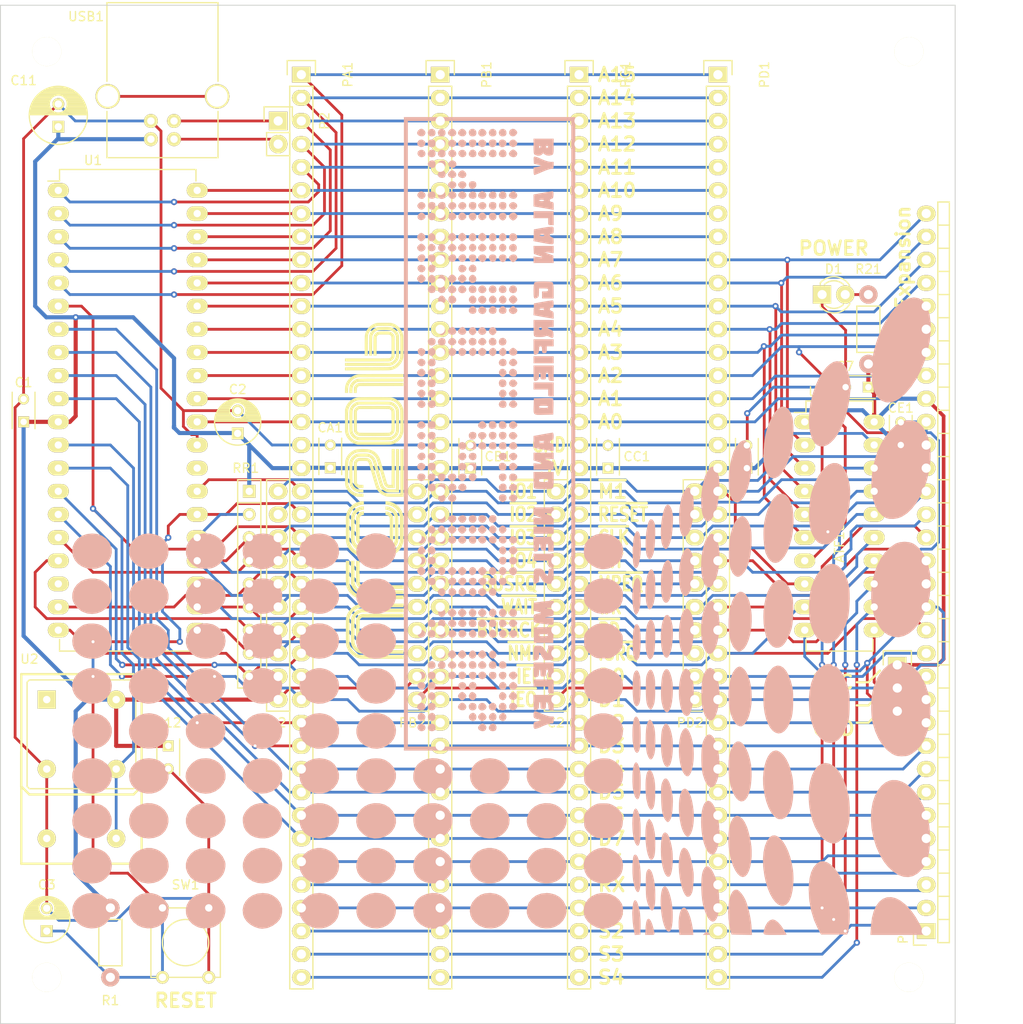
<source format=kicad_pcb>
(kicad_pcb (version 20171130) (host pcbnew "(5.1.12)-1")
  (layers (0 Top signal) (31 Bottom signal) (34 B.Paste user hide) (35 F.Paste user hide) (36 B.SilkS user hide) (37 F.SilkS user hide) (38 B.Mask user hide) (39 F.Mask user hide) (44 Edge.Cuts user))
  (net 0 "")
  (net 1 VCC)
  (net 2 GND)
  (net 3 "Net-(USB1-Pad5)")
  (net 4 "Net-(D1-Pad2)")
  (net 5 "Net-(P2-Pad1)")
  (net 6 "Net-(P2-Pad2)")
  (net 7 "Net-(P3-Pad2)")
  (net 8 "/Card Slots/PortB/IEI")
  (net 9 "/Card Slots/PortC/IEI")
  (net 10 "/Card Slots/PortD/IEI")
  (net 11 "/Card Slots/Expansion/IEI")
  (net 12 /~RESET)
  (net 13 /A15)
  (net 14 /A14)
  (net 15 /A13)
  (net 16 /A12)
  (net 17 /A11)
  (net 18 /A10)
  (net 19 /A9)
  (net 20 /A8)
  (net 21 /A7)
  (net 22 /A6)
  (net 23 /A5)
  (net 24 /A4)
  (net 25 /A3)
  (net 26 /A2)
  (net 27 /A1)
  (net 28 /A0)
  (net 29 /~M1)
  (net 30 /~CLK)
  (net 31 /~INT)
  (net 32 /~MREQ)
  (net 33 /~WR)
  (net 34 /~RD)
  (net 35 /~IORQ)
  (net 36 /D0)
  (net 37 /D1)
  (net 38 /D2)
  (net 39 /D3)
  (net 40 /D4)
  (net 41 /D5)
  (net 42 /D6)
  (net 43 /D7)
  (net 44 "/Card Slots/TX")
  (net 45 "/Card Slots/RX")
  (net 46 "/Card Slots/S1")
  (net 47 "/Card Slots/S2")
  (net 48 "/Card Slots/S3")
  (net 49 "/Card Slots/S4")
  (net 50 "/Card Slots/~IOSEL0")
  (net 51 "/Card Slots/~IOSEL1")
  (net 52 "/Card Slots/~IOSEL2")
  (net 53 "/Card Slots/~IOSEL3")
  (net 54 /~BUSRQ)
  (net 55 /~WAIT)
  (net 56 /~BUSACK)
  (net 57 /~NMI)
  (module Socket_Strip_Angled_1x32_nrc2016 (layer Top) (at 142.24 132.08 90)
    (fp_text reference PE1 (at 0 -2.54 90) (layer F.SilkS))
    (fp_text value EXPANSION_SOCKET)
    (pad 1 thru_hole rect (at 0 0 90) (size 1.7272 2.032) (drill 1.016) (layers *.Cu *.Mask F.SilkS) (net 48 "/Card Slots/S3"))
    (pad 2 thru_hole oval (at 2.54 0 90) (size 1.7272 2.032) (drill 1.016) (layers *.Cu *.Mask F.SilkS) (net 47 "/Card Slots/S2"))
    (pad 3 thru_hole oval (at 5.08 0 90) (size 1.7272 2.032) (drill 1.016) (layers *.Cu *.Mask F.SilkS) (net 46 "/Card Slots/S1"))
    (pad 4 thru_hole oval (at 7.62 0 90) (size 1.7272 2.032) (drill 1.016) (layers *.Cu *.Mask F.SilkS) (net 45 "/Card Slots/RX"))
    (pad 5 thru_hole oval (at 10.16 0 90) (size 1.7272 2.032) (drill 1.016) (layers *.Cu *.Mask F.SilkS) (net 44 "/Card Slots/TX"))
    (pad 6 thru_hole oval (at 12.7 0 90) (size 1.7272 2.032) (drill 1.016) (layers *.Cu *.Mask F.SilkS) (net 43 /D7))
    (pad 7 thru_hole oval (at 15.24 0 90) (size 1.7272 2.032) (drill 1.016) (layers *.Cu *.Mask F.SilkS) (net 42 /D6))
    (pad 8 thru_hole oval (at 17.78 0 90) (size 1.7272 2.032) (drill 1.016) (layers *.Cu *.Mask F.SilkS) (net 41 /D5))
    (pad 9 thru_hole oval (at 20.32 0 90) (size 1.7272 2.032) (drill 1.016) (layers *.Cu *.Mask F.SilkS) (net 40 /D4))
    (pad 10 thru_hole oval (at 22.86 0 90) (size 1.7272 2.032) (drill 1.016) (layers *.Cu *.Mask F.SilkS) (net 39 /D3))
    (pad 11 thru_hole oval (at 25.4 0 90) (size 1.7272 2.032) (drill 1.016) (layers *.Cu *.Mask F.SilkS) (net 38 /D2))
    (pad 12 thru_hole oval (at 27.94 0 90) (size 1.7272 2.032) (drill 1.016) (layers *.Cu *.Mask F.SilkS) (net 37 /D1))
    (pad 13 thru_hole oval (at 30.48 0 90) (size 1.7272 2.032) (drill 1.016) (layers *.Cu *.Mask F.SilkS) (net 36 /D0))
    (pad 14 thru_hole oval (at 33.02 0 90) (size 1.7272 2.032) (drill 1.016) (layers *.Cu *.Mask F.SilkS) (net 35 /~IORQ))
    (pad 15 thru_hole oval (at 35.56 0 90) (size 1.7272 2.032) (drill 1.016) (layers *.Cu *.Mask F.SilkS) (net 11 "/Card Slots/Expansion/IEI"))
    (pad 16 thru_hole oval (at 38.1 0 90) (size 1.7272 2.032) (drill 1.016) (layers *.Cu *.Mask F.SilkS) (net 34 /~RD))
    (pad 17 thru_hole oval (at 40.64 0 90) (size 1.7272 2.032) (drill 1.016) (layers *.Cu *.Mask F.SilkS) (net 33 /~WR))
    (pad 18 thru_hole oval (at 43.18 0 90) (size 1.7272 2.032) (drill 1.016) (layers *.Cu *.Mask F.SilkS) (net 31 /~INT))
    (pad 19 thru_hole oval (at 45.72 0 90) (size 1.7272 2.032) (drill 1.016) (layers *.Cu *.Mask F.SilkS) (net 55 /~WAIT))
    (pad 20 thru_hole oval (at 48.26 0 90) (size 1.7272 2.032) (drill 1.016) (layers *.Cu *.Mask F.SilkS) (net 30 /~CLK))
    (pad 21 thru_hole oval (at 50.8 0 90) (size 1.7272 2.032) (drill 1.016) (layers *.Cu *.Mask F.SilkS) (net 12 /~RESET))
    (pad 22 thru_hole oval (at 53.34 0 90) (size 1.7272 2.032) (drill 1.016) (layers *.Cu *.Mask F.SilkS) (net 29 /~M1))
    (pad 23 thru_hole oval (at 55.88 0 90) (size 1.7272 2.032) (drill 1.016) (layers *.Cu *.Mask F.SilkS) (net 2 GND))
    (pad 24 thru_hole oval (at 58.42 0 90) (size 1.7272 2.032) (drill 1.016) (layers *.Cu *.Mask F.SilkS) (net 1 VCC))
    (pad 25 thru_hole oval (at 60.96 0 90) (size 1.7272 2.032) (drill 1.016) (layers *.Cu *.Mask F.SilkS) (net 28 /A0))
    (pad 26 thru_hole oval (at 63.5 0 90) (size 1.7272 2.032) (drill 1.016) (layers *.Cu *.Mask F.SilkS) (net 27 /A1))
    (pad 27 thru_hole oval (at 66.04 0 90) (size 1.7272 2.032) (drill 1.016) (layers *.Cu *.Mask F.SilkS) (net 26 /A2))
    (pad 28 thru_hole oval (at 68.58 0 90) (size 1.7272 2.032) (drill 1.016) (layers *.Cu *.Mask F.SilkS) (net 25 /A3))
    (pad 29 thru_hole oval (at 71.12 0 90) (size 1.7272 2.032) (drill 1.016) (layers *.Cu *.Mask F.SilkS) (net 24 /A4))
    (pad 30 thru_hole oval (at 73.66 0 90) (size 1.7272 2.032) (drill 1.016) (layers *.Cu *.Mask F.SilkS) (net 23 /A5))
    (pad 31 thru_hole oval (at 76.2 0 90) (size 1.7272 2.032) (drill 1.016) (layers *.Cu *.Mask F.SilkS) (net 22 /A6))
    (pad 32 thru_hole oval (at 78.74 0 90) (size 1.7272 2.032) (drill 1.016) (layers *.Cu *.Mask F.SilkS) (net 21 /A7))
  )
  (module Capacitors_ThroughHole:C_Radial_D5_L6_P2.5 (layer Top) (at 66.675 77.47 90)
    (fp_text reference C2 (at 4.826 0 180) (layer F.SilkS))
    (fp_text value 1uF)
    (pad 1 thru_hole rect (at 0 0 90) (size 1.3 1.3) (drill 0.8) (layers *.Cu *.Mask F.SilkS) (net 1 VCC))
    (pad 2 thru_hole circle (at 2.5 0 90) (size 1.3 1.3) (drill 0.8) (layers *.Cu *.Mask F.SilkS) (net 2 GND))
  )
  (module Mounting_Holes:MountingHole_3.2mm_M3 (layer Top) (at 45.72 35.56)
    (fp_text reference MH1 hide)
    (fp_text value MH_3mm)
    (pad 1 np_thru_hole circle (at 0 0) (size 3.2 3.2) (drill 3.2) (layers *.Cu *.Mask F.SilkS))
  )
  (module Mounting_Holes:MountingHole_3.2mm_M3 (layer Top) (at 140.335 35.56)
    (fp_text reference MH2 hide)
    (fp_text value MH_3mm)
    (pad 1 np_thru_hole circle (at 0 0) (size 3.2 3.2) (drill 3.2) (layers *.Cu *.Mask F.SilkS))
  )
  (module Mounting_Holes:MountingHole_3.2mm_M3 (layer Top) (at 45.72 137.16)
    (fp_text reference MH3 hide)
    (fp_text value MH_3mm)
    (pad 1 np_thru_hole circle (at 0 0) (size 3.2 3.2) (drill 3.2) (layers *.Cu *.Mask F.SilkS))
  )
  (module Mounting_Holes:MountingHole_3.2mm_M3 (layer Top) (at 140.335 137.16)
    (fp_text reference MH4 hide)
    (fp_text value MH_3mm)
    (pad 1 np_thru_hole circle (at 0 0) (size 3.2 3.2) (drill 3.2) (layers *.Cu *.Mask F.SilkS))
  )
  (module Housings_DIP:DIP-40_W15.24mm_LongPads (layer Top) (at 46.99 50.8)
    (fp_text reference U1 (at 3.81 -3.302) (layer F.SilkS))
    (fp_text value Z80CPU)
    (pad 1 thru_hole oval (at 0 0) (size 2.3 1.6) (drill 0.8) (layers *.Cu *.Mask F.SilkS) (net 17 /A11))
    (pad 2 thru_hole oval (at 0 2.54) (size 2.3 1.6) (drill 0.8) (layers *.Cu *.Mask F.SilkS) (net 16 /A12))
    (pad 3 thru_hole oval (at 0 5.08) (size 2.3 1.6) (drill 0.8) (layers *.Cu *.Mask F.SilkS) (net 15 /A13))
    (pad 4 thru_hole oval (at 0 7.62) (size 2.3 1.6) (drill 0.8) (layers *.Cu *.Mask F.SilkS) (net 14 /A14))
    (pad 5 thru_hole oval (at 0 10.16) (size 2.3 1.6) (drill 0.8) (layers *.Cu *.Mask F.SilkS) (net 13 /A15))
    (pad 6 thru_hole oval (at 0 12.7) (size 2.3 1.6) (drill 0.8) (layers *.Cu *.Mask F.SilkS) (net 30 /~CLK))
    (pad 7 thru_hole oval (at 0 15.24) (size 2.3 1.6) (drill 0.8) (layers *.Cu *.Mask F.SilkS) (net 40 /D4))
    (pad 8 thru_hole oval (at 0 17.78) (size 2.3 1.6) (drill 0.8) (layers *.Cu *.Mask F.SilkS) (net 39 /D3))
    (pad 9 thru_hole oval (at 0 20.32) (size 2.3 1.6) (drill 0.8) (layers *.Cu *.Mask F.SilkS) (net 41 /D5))
    (pad 10 thru_hole oval (at 0 22.86) (size 2.3 1.6) (drill 0.8) (layers *.Cu *.Mask F.SilkS) (net 42 /D6))
    (pad 11 thru_hole oval (at 0 25.4) (size 2.3 1.6) (drill 0.8) (layers *.Cu *.Mask F.SilkS) (net 1 VCC))
    (pad 12 thru_hole oval (at 0 27.94) (size 2.3 1.6) (drill 0.8) (layers *.Cu *.Mask F.SilkS) (net 38 /D2))
    (pad 13 thru_hole oval (at 0 30.48) (size 2.3 1.6) (drill 0.8) (layers *.Cu *.Mask F.SilkS) (net 43 /D7))
    (pad 14 thru_hole oval (at 0 33.02) (size 2.3 1.6) (drill 0.8) (layers *.Cu *.Mask F.SilkS) (net 36 /D0))
    (pad 15 thru_hole oval (at 0 35.56) (size 2.3 1.6) (drill 0.8) (layers *.Cu *.Mask F.SilkS) (net 37 /D1))
    (pad 16 thru_hole oval (at 0 38.1) (size 2.3 1.6) (drill 0.8) (layers *.Cu *.Mask F.SilkS) (net 31 /~INT))
    (pad 17 thru_hole oval (at 0 40.64) (size 2.3 1.6) (drill 0.8) (layers *.Cu *.Mask F.SilkS) (net 57 /~NMI))
    (pad 18 thru_hole oval (at 0 43.18) (size 2.3 1.6) (drill 0.8) (layers *.Cu *.Mask F.SilkS))
    (pad 19 thru_hole oval (at 0 45.72) (size 2.3 1.6) (drill 0.8) (layers *.Cu *.Mask F.SilkS) (net 32 /~MREQ))
    (pad 20 thru_hole oval (at 0 48.26) (size 2.3 1.6) (drill 0.8) (layers *.Cu *.Mask F.SilkS) (net 35 /~IORQ))
    (pad 21 thru_hole oval (at 15.24 48.26) (size 2.3 1.6) (drill 0.8) (layers *.Cu *.Mask F.SilkS) (net 34 /~RD))
    (pad 22 thru_hole oval (at 15.24 45.72) (size 2.3 1.6) (drill 0.8) (layers *.Cu *.Mask F.SilkS) (net 33 /~WR))
    (pad 23 thru_hole oval (at 15.24 43.18) (size 2.3 1.6) (drill 0.8) (layers *.Cu *.Mask F.SilkS) (net 56 /~BUSACK))
    (pad 24 thru_hole oval (at 15.24 40.64) (size 2.3 1.6) (drill 0.8) (layers *.Cu *.Mask F.SilkS) (net 55 /~WAIT))
    (pad 25 thru_hole oval (at 15.24 38.1) (size 2.3 1.6) (drill 0.8) (layers *.Cu *.Mask F.SilkS) (net 54 /~BUSRQ))
    (pad 26 thru_hole oval (at 15.24 35.56) (size 2.3 1.6) (drill 0.8) (layers *.Cu *.Mask F.SilkS) (net 12 /~RESET))
    (pad 27 thru_hole oval (at 15.24 33.02) (size 2.3 1.6) (drill 0.8) (layers *.Cu *.Mask F.SilkS) (net 29 /~M1))
    (pad 28 thru_hole oval (at 15.24 30.48) (size 2.3 1.6) (drill 0.8) (layers *.Cu *.Mask F.SilkS))
    (pad 29 thru_hole oval (at 15.24 27.94) (size 2.3 1.6) (drill 0.8) (layers *.Cu *.Mask F.SilkS) (net 2 GND))
    (pad 30 thru_hole oval (at 15.24 25.4) (size 2.3 1.6) (drill 0.8) (layers *.Cu *.Mask F.SilkS) (net 28 /A0))
    (pad 31 thru_hole oval (at 15.24 22.86) (size 2.3 1.6) (drill 0.8) (layers *.Cu *.Mask F.SilkS) (net 27 /A1))
    (pad 32 thru_hole oval (at 15.24 20.32) (size 2.3 1.6) (drill 0.8) (layers *.Cu *.Mask F.SilkS) (net 26 /A2))
    (pad 33 thru_hole oval (at 15.24 17.78) (size 2.3 1.6) (drill 0.8) (layers *.Cu *.Mask F.SilkS) (net 25 /A3))
    (pad 34 thru_hole oval (at 15.24 15.24) (size 2.3 1.6) (drill 0.8) (layers *.Cu *.Mask F.SilkS) (net 24 /A4))
    (pad 35 thru_hole oval (at 15.24 12.7) (size 2.3 1.6) (drill 0.8) (layers *.Cu *.Mask F.SilkS) (net 23 /A5))
    (pad 36 thru_hole oval (at 15.24 10.16) (size 2.3 1.6) (drill 0.8) (layers *.Cu *.Mask F.SilkS) (net 22 /A6))
    (pad 37 thru_hole oval (at 15.24 7.62) (size 2.3 1.6) (drill 0.8) (layers *.Cu *.Mask F.SilkS) (net 21 /A7))
    (pad 38 thru_hole oval (at 15.24 5.08) (size 2.3 1.6) (drill 0.8) (layers *.Cu *.Mask F.SilkS) (net 20 /A8))
    (pad 39 thru_hole oval (at 15.24 2.54) (size 2.3 1.6) (drill 0.8) (layers *.Cu *.Mask F.SilkS) (net 19 /A9))
    (pad 40 thru_hole oval (at 15.24 0) (size 2.3 1.6) (drill 0.8) (layers *.Cu *.Mask F.SilkS) (net 18 /A10))
  )
  (module Connect:USB_B (layer Top) (at 57.15 45.179 90)
    (fp_text reference USB1 (at 13.462 -7.112 180) (layer F.SilkS))
    (fp_text value USB_B)
    (pad 2 thru_hole circle (at 0 2.54) (size 1.524 1.524) (drill 0.8128) (layers *.Cu *.Mask F.SilkS) (net 6 "Net-(P2-Pad2)"))
    (pad 1 thru_hole circle (at 0 0) (size 1.524 1.524) (drill 0.8128) (layers *.Cu *.Mask F.SilkS) (net 1 VCC))
    (pad 4 thru_hole circle (at 1.99898 0) (size 1.524 1.524) (drill 0.8128) (layers *.Cu *.Mask F.SilkS) (net 2 GND))
    (pad 3 thru_hole circle (at 1.99898 2.54) (size 1.524 1.524) (drill 0.8128) (layers *.Cu *.Mask F.SilkS) (net 5 "Net-(P2-Pad1)"))
    (pad 5 thru_hole circle (at 4.699 7.26948) (size 2.70002 2.70002) (drill 2.30124) (layers *.Cu *.Mask F.SilkS) (net 3 "Net-(USB1-Pad5)"))
    (pad 5 thru_hole circle (at 4.699 -4.72948) (size 2.70002 2.70002) (drill 2.30124) (layers *.Cu *.Mask F.SilkS) (net 3 "Net-(USB1-Pad5)"))
  )
  (module Capacitors_ThroughHole:C_Rect_L4_W2.5_P2.5 (layer Top) (at 43.18 76.2 90)
    (fp_text reference C1 (at 4.318 0 180) (layer F.SilkS))
    (fp_text value 100n)
    (pad 1 thru_hole rect (at 0 0 90) (size 1.2 1.2) (drill 0.7) (layers *.Cu *.Mask F.SilkS) (net 1 VCC))
    (pad 2 thru_hole circle (at 2.5 0 90) (size 1.2 1.2) (drill 0.7) (layers *.Cu *.Mask F.SilkS) (net 2 GND))
  )
  (module Capacitors_ThroughHole:C_Radial_D5_L6_P2.5 (layer Top) (at 45.72 132.08 90)
    (fp_text reference C3 (at 5.08 0 180) (layer F.SilkS))
    (fp_text value 1uF)
    (pad 1 thru_hole rect (at 0 0 90) (size 1.3 1.3) (drill 0.8) (layers *.Cu *.Mask F.SilkS) (net 12 /~RESET))
    (pad 2 thru_hole circle (at 2.5 0 90) (size 1.3 1.3) (drill 0.8) (layers *.Cu *.Mask F.SilkS) (net 2 GND))
  )
  (module Capacitors_ThroughHole:C_Radial_D6.3_L11.2_P2.5 (layer Top) (at 46.99 43.815 90)
    (fp_text reference C11 (at 5.08 -3.81 180) (layer F.SilkS))
    (fp_text value 10u)
    (pad 2 thru_hole circle (at 2.5 0 90) (size 1.3 1.3) (drill 0.8) (layers *.Cu *.Mask F.SilkS) (net 2 GND))
    (pad 1 thru_hole rect (at 0 0 90) (size 1.3 1.3) (drill 0.8) (layers *.Cu *.Mask F.SilkS) (net 1 VCC))
  )
  (module Capacitors_ThroughHole:C_Rect_L4_W2.5_P2.5 (layer Top) (at 76.835 81.24 90)
    (fp_text reference CA1 (at 4.405 0 180) (layer F.SilkS))
    (fp_text value 100n)
    (pad 1 thru_hole rect (at 0 0 90) (size 1.2 1.2) (drill 0.7) (layers *.Cu *.Mask F.SilkS) (net 1 VCC))
    (pad 2 thru_hole circle (at 2.5 0 90) (size 1.2 1.2) (drill 0.7) (layers *.Cu *.Mask F.SilkS) (net 2 GND))
  )
  (module Capacitors_ThroughHole:C_Rect_L4_W2.5_P2.5 (layer Top) (at 107.315 81.28 90)
    (fp_text reference CC1 (at 1.27 3.175 180) (layer F.SilkS))
    (fp_text value 100n)
    (pad 1 thru_hole rect (at 0 0 90) (size 1.2 1.2) (drill 0.7) (layers *.Cu *.Mask F.SilkS) (net 1 VCC))
    (pad 2 thru_hole circle (at 2.5 0 90) (size 1.2 1.2) (drill 0.7) (layers *.Cu *.Mask F.SilkS) (net 2 GND))
  )
  (module LEDs:LED-3MM (layer Top) (at 130.81 62.23)
    (fp_text reference D1 (at 1.27 -2.794) (layer F.SilkS))
    (fp_text value LED)
    (pad 1 thru_hole rect (at 0 0 90) (size 2 2) (drill 1.00076) (layers *.Cu *.Mask F.SilkS) (net 2 GND))
    (pad 2 thru_hole circle (at 2.54 0) (size 2 2) (drill 1.00076) (layers *.Cu *.Mask F.SilkS) (net 4 "Net-(D1-Pad2)"))
  )
  (module Resistors_ThroughHole:Resistor_Horizontal_RM7mm (layer Top) (at 52.705 137.16 90)
    (fp_text reference R1 (at -2.54 0 180) (layer F.SilkS))
    (fp_text value 10K)
    (pad 1 thru_hole circle (at 0 0 90) (size 1.99898 1.99898) (drill 1.00076) (layers *.Cu *.SilkS *.Mask) (net 12 /~RESET))
    (pad 2 thru_hole circle (at 7.62 0 90) (size 1.99898 1.99898) (drill 1.00076) (layers *.Cu *.SilkS *.Mask) (net 1 VCC))
  )
  (module Resistors_ThroughHole:Resistor_Horizontal_RM7mm (layer Top) (at 135.89 69.85 90)
    (fp_text reference R21 (at 10.414 0 180) (layer F.SilkS))
    (fp_text value 220)
    (pad 1 thru_hole circle (at 0 0 90) (size 1.99898 1.99898) (drill 1.00076) (layers *.Cu *.SilkS *.Mask) (net 1 VCC))
    (pad 2 thru_hole circle (at 7.62 0 90) (size 1.99898 1.99898) (drill 1.00076) (layers *.Cu *.SilkS *.Mask) (net 4 "Net-(D1-Pad2)"))
  )
  (module Capacitors_ThroughHole:C_Rect_L4_W2.5_P2.5 (layer Top) (at 59.055 111.76 270)
    (fp_text reference C12 (at -2.54 0 180) (layer F.SilkS))
    (fp_text value 100n)
    (pad 1 thru_hole rect (at 0 0 270) (size 1.2 1.2) (drill 0.7) (layers *.Cu *.Mask F.SilkS) (net 1 VCC))
    (pad 2 thru_hole circle (at 2.5 0 270) (size 1.2 1.2) (drill 0.7) (layers *.Cu *.Mask F.SilkS) (net 2 GND))
  )
  (module Resistors_ThroughHole:Resistor_Array_SIP8 (layer Top) (at 67.945 93.98 270)
    (fp_text reference RR1 (at -12.7 0.381 180) (layer F.SilkS))
    (fp_text value RR8)
    (pad 1 thru_hole rect (at -10.16 0 270) (size 1.397 1.397) (drill 0.8128) (layers *.Cu *.Mask F.SilkS) (net 1 VCC))
    (pad 2 thru_hole circle (at -7.62 0 270) (size 1.397 1.397) (drill 0.8128) (layers *.Cu *.Mask F.SilkS) (net 54 /~BUSRQ))
    (pad 3 thru_hole circle (at -5.08 0 270) (size 1.397 1.397) (drill 0.8128) (layers *.Cu *.Mask F.SilkS) (net 55 /~WAIT))
    (pad 4 thru_hole circle (at -2.54 0 270) (size 1.397 1.397) (drill 0.8128) (layers *.Cu *.Mask F.SilkS) (net 31 /~INT))
    (pad 5 thru_hole circle (at 0 0 270) (size 1.397 1.397) (drill 0.8128) (layers *.Cu *.Mask F.SilkS) (net 32 /~MREQ))
    (pad 6 thru_hole circle (at 2.54 0 270) (size 1.397 1.397) (drill 0.8128) (layers *.Cu *.Mask F.SilkS) (net 33 /~WR))
    (pad 7 thru_hole circle (at 5.08 0 270) (size 1.397 1.397) (drill 0.8128) (layers *.Cu *.Mask F.SilkS) (net 57 /~NMI))
    (pad 8 thru_hole circle (at 7.62 0 270) (size 1.397 1.397) (drill 0.8128) (layers *.Cu *.Mask F.SilkS) (net 34 /~RD))
    (pad 9 thru_hole circle (at 10.16 0 270) (size 1.397 1.397) (drill 0.8128) (layers *.Cu *.Mask F.SilkS) (net 35 /~IORQ))
  )
  (module Buttons_Switches_ThroughHole:SW_PUSH_SMALL (layer Top) (at 60.96 133.35 270)
    (fp_text reference SW1 (at -6.35 0) (layer F.SilkS))
    (fp_text value RESET)
    (pad 1 thru_hole circle (at 3.81 -2.54 270) (size 1.397 1.397) (drill 0.8128) (layers *.Cu *.Mask F.SilkS) (net 2 GND))
    (pad 2 thru_hole circle (at 3.81 2.54 270) (size 1.397 1.397) (drill 0.8128) (layers *.Cu *.Mask F.SilkS) (net 12 /~RESET))
    (pad 1 thru_hole circle (at -3.81 -2.54 270) (size 1.397 1.397) (drill 0.8128) (layers *.Cu *.Mask F.SilkS) (net 2 GND))
    (pad 2 thru_hole circle (at -3.81 2.54 270) (size 1.397 1.397) (drill 0.8128) (layers *.Cu *.Mask F.SilkS) (net 12 /~RESET))
  )
  (module Capacitors_ThroughHole:C_Rect_L4_W2.5_P2.5 (layer Top) (at 92.202 81.28 90)
    (fp_text reference CB1 (at 1.27 3.048 180) (layer F.SilkS))
    (fp_text value 100n)
    (pad 1 thru_hole rect (at 0 0 90) (size 1.2 1.2) (drill 0.7) (layers *.Cu *.Mask F.SilkS) (net 1 VCC))
    (pad 2 thru_hole circle (at 2.5 0 90) (size 1.2 1.2) (drill 0.7) (layers *.Cu *.Mask F.SilkS) (net 2 GND))
  )
  (module Capacitors_ThroughHole:C_Rect_L4_W2.5_P2.5 (layer Top) (at 122.555 81.28 90)
    (fp_text reference CD1 (at 1.27 3.175 180) (layer F.SilkS))
    (fp_text value 100n)
    (pad 1 thru_hole rect (at 0 0 90) (size 1.2 1.2) (drill 0.7) (layers *.Cu *.Mask F.SilkS) (net 1 VCC))
    (pad 2 thru_hole circle (at 2.5 0 90) (size 1.2 1.2) (drill 0.7) (layers *.Cu *.Mask F.SilkS) (net 2 GND))
  )
  (module Pin_Headers:Pin_Header_Straight_1x03 (layer Top) (at 139.065 102.87)
    (fp_text reference P3 (at 0 -5.1) (layer F.SilkS))
    (fp_text value Jumper)
    (pad 1 thru_hole rect (at 0 0) (size 2.032 1.7272) (drill 1.016) (layers *.Cu *.Mask F.SilkS) (net 1 VCC))
    (pad 2 thru_hole oval (at 0 2.54) (size 2.032 1.7272) (drill 1.016) (layers *.Cu *.Mask F.SilkS) (net 7 "Net-(P3-Pad2)"))
    (pad 3 thru_hole oval (at 0 5.08) (size 2.032 1.7272) (drill 1.016) (layers *.Cu *.Mask F.SilkS) (net 2 GND))
  )
  (module Housings_DIP:DIP-20_W7.62mm_LongPads (layer Top) (at 128.905 76.2)
    (fp_text reference U3 (at 1.397 -3.302) (layer F.SilkS))
    (fp_text value ATF16V8CV (at 3.81 11.43 90) (layer F.SilkS))
    (pad 1 thru_hole oval (at 0 0) (size 2.3 1.6) (drill 0.8) (layers *.Cu *.Mask F.SilkS) (net 30 /~CLK))
    (pad 2 thru_hole oval (at 0 2.54) (size 2.3 1.6) (drill 0.8) (layers *.Cu *.Mask F.SilkS) (net 21 /A7))
    (pad 3 thru_hole oval (at 0 5.08) (size 2.3 1.6) (drill 0.8) (layers *.Cu *.Mask F.SilkS) (net 22 /A6))
    (pad 4 thru_hole oval (at 0 7.62) (size 2.3 1.6) (drill 0.8) (layers *.Cu *.Mask F.SilkS) (net 23 /A5))
    (pad 5 thru_hole oval (at 0 10.16) (size 2.3 1.6) (drill 0.8) (layers *.Cu *.Mask F.SilkS) (net 24 /A4))
    (pad 6 thru_hole oval (at 0 12.7) (size 2.3 1.6) (drill 0.8) (layers *.Cu *.Mask F.SilkS) (net 25 /A3))
    (pad 7 thru_hole oval (at 0 15.24) (size 2.3 1.6) (drill 0.8) (layers *.Cu *.Mask F.SilkS) (net 26 /A2))
    (pad 8 thru_hole oval (at 0 17.78) (size 2.3 1.6) (drill 0.8) (layers *.Cu *.Mask F.SilkS) (net 29 /~M1))
    (pad 9 thru_hole oval (at 0 20.32) (size 2.3 1.6) (drill 0.8) (layers *.Cu *.Mask F.SilkS) (net 35 /~IORQ))
    (pad 10 thru_hole oval (at 0 22.86) (size 2.3 1.6) (drill 0.8) (layers *.Cu *.Mask F.SilkS) (net 2 GND))
    (pad 11 thru_hole oval (at 7.62 22.86) (size 2.3 1.6) (drill 0.8) (layers *.Cu *.Mask F.SilkS) (net 7 "Net-(P3-Pad2)"))
    (pad 12 thru_hole oval (at 7.62 20.32) (size 2.3 1.6) (drill 0.8) (layers *.Cu *.Mask F.SilkS) (net 49 "/Card Slots/S4"))
    (pad 13 thru_hole oval (at 7.62 17.78) (size 2.3 1.6) (drill 0.8) (layers *.Cu *.Mask F.SilkS) (net 48 "/Card Slots/S3"))
    (pad 14 thru_hole oval (at 7.62 15.24) (size 2.3 1.6) (drill 0.8) (layers *.Cu *.Mask F.SilkS) (net 47 "/Card Slots/S2"))
    (pad 15 thru_hole oval (at 7.62 12.7) (size 2.3 1.6) (drill 0.8) (layers *.Cu *.Mask F.SilkS) (net 46 "/Card Slots/S1"))
    (pad 16 thru_hole oval (at 7.62 10.16) (size 2.3 1.6) (drill 0.8) (layers *.Cu *.Mask F.SilkS) (net 53 "/Card Slots/~IOSEL3"))
    (pad 17 thru_hole oval (at 7.62 7.62) (size 2.3 1.6) (drill 0.8) (layers *.Cu *.Mask F.SilkS) (net 52 "/Card Slots/~IOSEL2"))
    (pad 18 thru_hole oval (at 7.62 5.08) (size 2.3 1.6) (drill 0.8) (layers *.Cu *.Mask F.SilkS) (net 51 "/Card Slots/~IOSEL1"))
    (pad 19 thru_hole oval (at 7.62 2.54) (size 2.3 1.6) (drill 0.8) (layers *.Cu *.Mask F.SilkS) (net 50 "/Card Slots/~IOSEL0"))
    (pad 20 thru_hole oval (at 7.62 0) (size 2.3 1.6) (drill 0.8) (layers *.Cu *.Mask F.SilkS) (net 1 VCC))
  )
  (module Capacitors_ThroughHole:C_Rect_L4_W2.5_P2.5 (layer Top) (at 135.89 72.39 180)
    (fp_text reference C7 (at 2.54 2.286 180) (layer F.SilkS))
    (fp_text value 100n)
    (pad 1 thru_hole rect (at 0 0 180) (size 1.2 1.2) (drill 0.7) (layers *.Cu *.Mask F.SilkS) (net 1 VCC))
    (pad 2 thru_hole circle (at 2.5 0 180) (size 1.2 1.2) (drill 0.7) (layers *.Cu *.Mask F.SilkS) (net 2 GND))
  )
  (module Capacitors_ThroughHole:C_Rect_L4_W2.5_P2.5 (layer Top) (at 139.446 78.74 90)
    (fp_text reference CE1 (at 4.064 0 180) (layer F.SilkS))
    (fp_text value 100n)
    (pad 1 thru_hole rect (at 0 0 90) (size 1.2 1.2) (drill 0.7) (layers *.Cu *.Mask F.SilkS) (net 1 VCC))
    (pad 2 thru_hole circle (at 2.5 0 90) (size 1.2 1.2) (drill 0.7) (layers *.Cu *.Mask F.SilkS) (net 2 GND))
  )
  (module nrc2016_logo:nrc2016_top_logo_1600 (layer Top) (at 81.788 83.82 90)
    (fp_text reference LOGO1 hide)
    (fp_text value FrontLogo hide)
  )
  (module nrc2016:OSC_MULTIPACKAGE_DIP (layer Top) (at 49.53 110.49 270)
    (fp_text reference U2 (at -8.255 5.715) (layer F.SilkS))
    (fp_text value DIP_OSCILLATOR)
    (pad OUT thru_hole circle (at 11.43 -3.81 270) (size 2 2) (drill 0.8128) (layers *.Cu *.Mask F.SilkS) (net 30 /~CLK))
    (pad GND thru_hole circle (at 11.43 3.81 270) (size 2 2) (drill 0.8128) (layers *.Cu *.Mask F.SilkS) (net 2 GND))
    (pad NC thru_hole rect (at -3.81 3.81 270) (size 2 2) (drill 0.8128) (layers *.Cu *.Mask F.SilkS))
    (pad VCC thru_hole circle (at -3.81 -3.81 270) (size 2 2) (drill 0.8128) (layers *.Cu *.Mask F.SilkS) (net 1 VCC))
    (pad OUT thru_hole circle (at 3.81 -3.81 270) (size 2 2) (drill 0.8128) (layers *.Cu *.Mask F.SilkS) (net 30 /~CLK))
    (pad GND thru_hole circle (at 3.81 3.81 270) (size 2 2) (drill 0.8128) (layers *.Cu *.Mask F.SilkS) (net 2 GND))
  )
  (module nrc2016_logo:nrc2016_bottom_logo_600_v2 (layer Bottom) (at 95.758 77.47 270)
    (fp_text reference LOGO2 hide)
    (fp_text value BackLogo hide)
  )
  (module Socket_Strips:Socket_Strip_Straight_1x02 (layer Top) (at 71.12 43.18 270)
    (fp_text reference P2 (at 0 -5.1 270) (layer F.SilkS))
    (fp_text value USB_SOCKET)
    (pad 1 thru_hole rect (at 0 0 270) (size 2.032 2.032) (drill 1.016) (layers *.Cu *.Mask F.SilkS) (net 5 "Net-(P2-Pad1)"))
    (pad 2 thru_hole oval (at 2.54 0 270) (size 2.032 2.032) (drill 1.016) (layers *.Cu *.Mask F.SilkS) (net 6 "Net-(P2-Pad2)"))
  )
  (module Socket_Strips:Socket_Strip_Straight_1x40 (layer Top) (at 73.66 38.1 270)
    (fp_text reference PA1 (at 0 -5.1 270) (layer F.SilkS))
    (fp_text value Z80_BUS_SOCKET)
    (pad 1 thru_hole rect (at 0 0 270) (size 1.7272 2.032) (drill 1.016) (layers *.Cu *.Mask F.SilkS) (net 13 /A15))
    (pad 2 thru_hole oval (at 2.54 0 270) (size 1.7272 2.032) (drill 1.016) (layers *.Cu *.Mask F.SilkS) (net 14 /A14))
    (pad 3 thru_hole oval (at 5.08 0 270) (size 1.7272 2.032) (drill 1.016) (layers *.Cu *.Mask F.SilkS) (net 15 /A13))
    (pad 4 thru_hole oval (at 7.62 0 270) (size 1.7272 2.032) (drill 1.016) (layers *.Cu *.Mask F.SilkS) (net 16 /A12))
    (pad 5 thru_hole oval (at 10.16 0 270) (size 1.7272 2.032) (drill 1.016) (layers *.Cu *.Mask F.SilkS) (net 17 /A11))
    (pad 6 thru_hole oval (at 12.7 0 270) (size 1.7272 2.032) (drill 1.016) (layers *.Cu *.Mask F.SilkS) (net 18 /A10))
    (pad 7 thru_hole oval (at 15.24 0 270) (size 1.7272 2.032) (drill 1.016) (layers *.Cu *.Mask F.SilkS) (net 19 /A9))
    (pad 8 thru_hole oval (at 17.78 0 270) (size 1.7272 2.032) (drill 1.016) (layers *.Cu *.Mask F.SilkS) (net 20 /A8))
    (pad 9 thru_hole oval (at 20.32 0 270) (size 1.7272 2.032) (drill 1.016) (layers *.Cu *.Mask F.SilkS) (net 21 /A7))
    (pad 10 thru_hole oval (at 22.86 0 270) (size 1.7272 2.032) (drill 1.016) (layers *.Cu *.Mask F.SilkS) (net 22 /A6))
    (pad 11 thru_hole oval (at 25.4 0 270) (size 1.7272 2.032) (drill 1.016) (layers *.Cu *.Mask F.SilkS) (net 23 /A5))
    (pad 12 thru_hole oval (at 27.94 0 270) (size 1.7272 2.032) (drill 1.016) (layers *.Cu *.Mask F.SilkS) (net 24 /A4))
    (pad 13 thru_hole oval (at 30.48 0 270) (size 1.7272 2.032) (drill 1.016) (layers *.Cu *.Mask F.SilkS) (net 25 /A3))
    (pad 14 thru_hole oval (at 33.02 0 270) (size 1.7272 2.032) (drill 1.016) (layers *.Cu *.Mask F.SilkS) (net 26 /A2))
    (pad 15 thru_hole oval (at 35.56 0 270) (size 1.7272 2.032) (drill 1.016) (layers *.Cu *.Mask F.SilkS) (net 27 /A1))
    (pad 16 thru_hole oval (at 38.1 0 270) (size 1.7272 2.032) (drill 1.016) (layers *.Cu *.Mask F.SilkS) (net 28 /A0))
    (pad 17 thru_hole oval (at 40.64 0 270) (size 1.7272 2.032) (drill 1.016) (layers *.Cu *.Mask F.SilkS) (net 2 GND))
    (pad 18 thru_hole oval (at 43.18 0 270) (size 1.7272 2.032) (drill 1.016) (layers *.Cu *.Mask F.SilkS) (net 1 VCC))
    (pad 19 thru_hole oval (at 45.72 0 270) (size 1.7272 2.032) (drill 1.016) (layers *.Cu *.Mask F.SilkS) (net 29 /~M1))
    (pad 20 thru_hole oval (at 48.26 0 270) (size 1.7272 2.032) (drill 1.016) (layers *.Cu *.Mask F.SilkS) (net 12 /~RESET))
    (pad 21 thru_hole oval (at 50.8 0 270) (size 1.7272 2.032) (drill 1.016) (layers *.Cu *.Mask F.SilkS) (net 30 /~CLK))
    (pad 22 thru_hole oval (at 53.34 0 270) (size 1.7272 2.032) (drill 1.016) (layers *.Cu *.Mask F.SilkS) (net 31 /~INT))
    (pad 23 thru_hole oval (at 55.88 0 270) (size 1.7272 2.032) (drill 1.016) (layers *.Cu *.Mask F.SilkS) (net 32 /~MREQ))
    (pad 24 thru_hole oval (at 58.42 0 270) (size 1.7272 2.032) (drill 1.016) (layers *.Cu *.Mask F.SilkS) (net 33 /~WR))
    (pad 25 thru_hole oval (at 60.96 0 270) (size 1.7272 2.032) (drill 1.016) (layers *.Cu *.Mask F.SilkS) (net 34 /~RD))
    (pad 26 thru_hole oval (at 63.5 0 270) (size 1.7272 2.032) (drill 1.016) (layers *.Cu *.Mask F.SilkS) (net 35 /~IORQ))
    (pad 27 thru_hole oval (at 66.04 0 270) (size 1.7272 2.032) (drill 1.016) (layers *.Cu *.Mask F.SilkS) (net 36 /D0))
    (pad 28 thru_hole oval (at 68.58 0 270) (size 1.7272 2.032) (drill 1.016) (layers *.Cu *.Mask F.SilkS) (net 37 /D1))
    (pad 29 thru_hole oval (at 71.12 0 270) (size 1.7272 2.032) (drill 1.016) (layers *.Cu *.Mask F.SilkS) (net 38 /D2))
    (pad 30 thru_hole oval (at 73.66 0 270) (size 1.7272 2.032) (drill 1.016) (layers *.Cu *.Mask F.SilkS) (net 39 /D3))
    (pad 31 thru_hole oval (at 76.2 0 270) (size 1.7272 2.032) (drill 1.016) (layers *.Cu *.Mask F.SilkS) (net 40 /D4))
    (pad 32 thru_hole oval (at 78.74 0 270) (size 1.7272 2.032) (drill 1.016) (layers *.Cu *.Mask F.SilkS) (net 41 /D5))
    (pad 33 thru_hole oval (at 81.28 0 270) (size 1.7272 2.032) (drill 1.016) (layers *.Cu *.Mask F.SilkS) (net 42 /D6))
    (pad 34 thru_hole oval (at 83.82 0 270) (size 1.7272 2.032) (drill 1.016) (layers *.Cu *.Mask F.SilkS) (net 43 /D7))
    (pad 35 thru_hole oval (at 86.36 0 270) (size 1.7272 2.032) (drill 1.016) (layers *.Cu *.Mask F.SilkS) (net 44 "/Card Slots/TX"))
    (pad 36 thru_hole oval (at 88.9 0 270) (size 1.7272 2.032) (drill 1.016) (layers *.Cu *.Mask F.SilkS) (net 45 "/Card Slots/RX"))
    (pad 37 thru_hole oval (at 91.44 0 270) (size 1.7272 2.032) (drill 1.016) (layers *.Cu *.Mask F.SilkS) (net 46 "/Card Slots/S1"))
    (pad 38 thru_hole oval (at 93.98 0 270) (size 1.7272 2.032) (drill 1.016) (layers *.Cu *.Mask F.SilkS) (net 47 "/Card Slots/S2"))
    (pad 39 thru_hole oval (at 96.52 0 270) (size 1.7272 2.032) (drill 1.016) (layers *.Cu *.Mask F.SilkS) (net 48 "/Card Slots/S3"))
    (pad 40 thru_hole oval (at 99.06 0 270) (size 1.7272 2.032) (drill 1.016) (layers *.Cu *.Mask F.SilkS) (net 49 "/Card Slots/S4"))
  )
  (module nrc2016:Socket_Strip_Straight_1x10_NRC2016 (layer Top) (at 71.12 83.82 270)
    (fp_text reference PA2 (at 25.4 0.508 180) (layer F.SilkS))
    (fp_text value IO_BUS_SOCKET)
    (pad 1 thru_hole oval (at 0 0 270) (size 1.7272 2.032) (drill 1.016) (layers *.Cu *.Mask F.SilkS) (net 50 "/Card Slots/~IOSEL0"))
    (pad 2 thru_hole oval (at 2.54 0 270) (size 1.7272 2.032) (drill 1.016) (layers *.Cu *.Mask F.SilkS) (net 51 "/Card Slots/~IOSEL1"))
    (pad 3 thru_hole oval (at 5.08 0 270) (size 1.7272 2.032) (drill 1.016) (layers *.Cu *.Mask F.SilkS) (net 52 "/Card Slots/~IOSEL2"))
    (pad 4 thru_hole oval (at 7.62 0 270) (size 1.7272 2.032) (drill 1.016) (layers *.Cu *.Mask F.SilkS) (net 53 "/Card Slots/~IOSEL3"))
    (pad 5 thru_hole oval (at 10.16 0 270) (size 1.7272 2.032) (drill 1.016) (layers *.Cu *.Mask F.SilkS) (net 54 /~BUSRQ))
    (pad 6 thru_hole oval (at 12.7 0 270) (size 1.7272 2.032) (drill 1.016) (layers *.Cu *.Mask F.SilkS) (net 55 /~WAIT))
    (pad 7 thru_hole oval (at 15.24 0 270) (size 1.7272 2.032) (drill 1.016) (layers *.Cu *.Mask F.SilkS) (net 56 /~BUSACK))
    (pad 8 thru_hole oval (at 17.78 0 270) (size 1.7272 2.032) (drill 1.016) (layers *.Cu *.Mask F.SilkS) (net 57 /~NMI))
    (pad 9 thru_hole oval (at 20.32 0 270) (size 1.7272 2.032) (drill 1.016) (layers *.Cu *.Mask F.SilkS) (net 1 VCC))
    (pad 10 thru_hole oval (at 22.86 0 270) (size 1.7272 2.032) (drill 1.016) (layers *.Cu *.Mask F.SilkS) (net 8 "/Card Slots/PortB/IEI"))
  )
  (module Socket_Strips:Socket_Strip_Straight_1x40 (layer Top) (at 88.9 38.1 270)
    (fp_text reference PB1 (at 0 -5.1 270) (layer F.SilkS))
    (fp_text value Z80_BUS_SOCKET)
    (pad 1 thru_hole rect (at 0 0 270) (size 1.7272 2.032) (drill 1.016) (layers *.Cu *.Mask F.SilkS) (net 13 /A15))
    (pad 2 thru_hole oval (at 2.54 0 270) (size 1.7272 2.032) (drill 1.016) (layers *.Cu *.Mask F.SilkS) (net 14 /A14))
    (pad 3 thru_hole oval (at 5.08 0 270) (size 1.7272 2.032) (drill 1.016) (layers *.Cu *.Mask F.SilkS) (net 15 /A13))
    (pad 4 thru_hole oval (at 7.62 0 270) (size 1.7272 2.032) (drill 1.016) (layers *.Cu *.Mask F.SilkS) (net 16 /A12))
    (pad 5 thru_hole oval (at 10.16 0 270) (size 1.7272 2.032) (drill 1.016) (layers *.Cu *.Mask F.SilkS) (net 17 /A11))
    (pad 6 thru_hole oval (at 12.7 0 270) (size 1.7272 2.032) (drill 1.016) (layers *.Cu *.Mask F.SilkS) (net 18 /A10))
    (pad 7 thru_hole oval (at 15.24 0 270) (size 1.7272 2.032) (drill 1.016) (layers *.Cu *.Mask F.SilkS) (net 19 /A9))
    (pad 8 thru_hole oval (at 17.78 0 270) (size 1.7272 2.032) (drill 1.016) (layers *.Cu *.Mask F.SilkS) (net 20 /A8))
    (pad 9 thru_hole oval (at 20.32 0 270) (size 1.7272 2.032) (drill 1.016) (layers *.Cu *.Mask F.SilkS) (net 21 /A7))
    (pad 10 thru_hole oval (at 22.86 0 270) (size 1.7272 2.032) (drill 1.016) (layers *.Cu *.Mask F.SilkS) (net 22 /A6))
    (pad 11 thru_hole oval (at 25.4 0 270) (size 1.7272 2.032) (drill 1.016) (layers *.Cu *.Mask F.SilkS) (net 23 /A5))
    (pad 12 thru_hole oval (at 27.94 0 270) (size 1.7272 2.032) (drill 1.016) (layers *.Cu *.Mask F.SilkS) (net 24 /A4))
    (pad 13 thru_hole oval (at 30.48 0 270) (size 1.7272 2.032) (drill 1.016) (layers *.Cu *.Mask F.SilkS) (net 25 /A3))
    (pad 14 thru_hole oval (at 33.02 0 270) (size 1.7272 2.032) (drill 1.016) (layers *.Cu *.Mask F.SilkS) (net 26 /A2))
    (pad 15 thru_hole oval (at 35.56 0 270) (size 1.7272 2.032) (drill 1.016) (layers *.Cu *.Mask F.SilkS) (net 27 /A1))
    (pad 16 thru_hole oval (at 38.1 0 270) (size 1.7272 2.032) (drill 1.016) (layers *.Cu *.Mask F.SilkS) (net 28 /A0))
    (pad 17 thru_hole oval (at 40.64 0 270) (size 1.7272 2.032) (drill 1.016) (layers *.Cu *.Mask F.SilkS) (net 2 GND))
    (pad 18 thru_hole oval (at 43.18 0 270) (size 1.7272 2.032) (drill 1.016) (layers *.Cu *.Mask F.SilkS) (net 1 VCC))
    (pad 19 thru_hole oval (at 45.72 0 270) (size 1.7272 2.032) (drill 1.016) (layers *.Cu *.Mask F.SilkS) (net 29 /~M1))
    (pad 20 thru_hole oval (at 48.26 0 270) (size 1.7272 2.032) (drill 1.016) (layers *.Cu *.Mask F.SilkS) (net 12 /~RESET))
    (pad 21 thru_hole oval (at 50.8 0 270) (size 1.7272 2.032) (drill 1.016) (layers *.Cu *.Mask F.SilkS) (net 30 /~CLK))
    (pad 22 thru_hole oval (at 53.34 0 270) (size 1.7272 2.032) (drill 1.016) (layers *.Cu *.Mask F.SilkS) (net 31 /~INT))
    (pad 23 thru_hole oval (at 55.88 0 270) (size 1.7272 2.032) (drill 1.016) (layers *.Cu *.Mask F.SilkS) (net 32 /~MREQ))
    (pad 24 thru_hole oval (at 58.42 0 270) (size 1.7272 2.032) (drill 1.016) (layers *.Cu *.Mask F.SilkS) (net 33 /~WR))
    (pad 25 thru_hole oval (at 60.96 0 270) (size 1.7272 2.032) (drill 1.016) (layers *.Cu *.Mask F.SilkS) (net 34 /~RD))
    (pad 26 thru_hole oval (at 63.5 0 270) (size 1.7272 2.032) (drill 1.016) (layers *.Cu *.Mask F.SilkS) (net 35 /~IORQ))
    (pad 27 thru_hole oval (at 66.04 0 270) (size 1.7272 2.032) (drill 1.016) (layers *.Cu *.Mask F.SilkS) (net 36 /D0))
    (pad 28 thru_hole oval (at 68.58 0 270) (size 1.7272 2.032) (drill 1.016) (layers *.Cu *.Mask F.SilkS) (net 37 /D1))
    (pad 29 thru_hole oval (at 71.12 0 270) (size 1.7272 2.032) (drill 1.016) (layers *.Cu *.Mask F.SilkS) (net 38 /D2))
    (pad 30 thru_hole oval (at 73.66 0 270) (size 1.7272 2.032) (drill 1.016) (layers *.Cu *.Mask F.SilkS) (net 39 /D3))
    (pad 31 thru_hole oval (at 76.2 0 270) (size 1.7272 2.032) (drill 1.016) (layers *.Cu *.Mask F.SilkS) (net 40 /D4))
    (pad 32 thru_hole oval (at 78.74 0 270) (size 1.7272 2.032) (drill 1.016) (layers *.Cu *.Mask F.SilkS) (net 41 /D5))
    (pad 33 thru_hole oval (at 81.28 0 270) (size 1.7272 2.032) (drill 1.016) (layers *.Cu *.Mask F.SilkS) (net 42 /D6))
    (pad 34 thru_hole oval (at 83.82 0 270) (size 1.7272 2.032) (drill 1.016) (layers *.Cu *.Mask F.SilkS) (net 43 /D7))
    (pad 35 thru_hole oval (at 86.36 0 270) (size 1.7272 2.032) (drill 1.016) (layers *.Cu *.Mask F.SilkS) (net 44 "/Card Slots/TX"))
    (pad 36 thru_hole oval (at 88.9 0 270) (size 1.7272 2.032) (drill 1.016) (layers *.Cu *.Mask F.SilkS) (net 45 "/Card Slots/RX"))
    (pad 37 thru_hole oval (at 91.44 0 270) (size 1.7272 2.032) (drill 1.016) (layers *.Cu *.Mask F.SilkS) (net 46 "/Card Slots/S1"))
    (pad 38 thru_hole oval (at 93.98 0 270) (size 1.7272 2.032) (drill 1.016) (layers *.Cu *.Mask F.SilkS) (net 47 "/Card Slots/S2"))
    (pad 39 thru_hole oval (at 96.52 0 270) (size 1.7272 2.032) (drill 1.016) (layers *.Cu *.Mask F.SilkS) (net 48 "/Card Slots/S3"))
    (pad 40 thru_hole oval (at 99.06 0 270) (size 1.7272 2.032) (drill 1.016) (layers *.Cu *.Mask F.SilkS) (net 49 "/Card Slots/S4"))
  )
  (module nrc2016:Socket_Strip_Straight_1x10_NRC2016 (layer Top) (at 86.36 83.82 270)
    (fp_text reference PB2 (at 25.4 0.508 180) (layer F.SilkS))
    (fp_text value IO_BUS_SOCKET)
    (pad 1 thru_hole oval (at 0 0 270) (size 1.7272 2.032) (drill 1.016) (layers *.Cu *.Mask F.SilkS) (net 50 "/Card Slots/~IOSEL0"))
    (pad 2 thru_hole oval (at 2.54 0 270) (size 1.7272 2.032) (drill 1.016) (layers *.Cu *.Mask F.SilkS) (net 51 "/Card Slots/~IOSEL1"))
    (pad 3 thru_hole oval (at 5.08 0 270) (size 1.7272 2.032) (drill 1.016) (layers *.Cu *.Mask F.SilkS) (net 52 "/Card Slots/~IOSEL2"))
    (pad 4 thru_hole oval (at 7.62 0 270) (size 1.7272 2.032) (drill 1.016) (layers *.Cu *.Mask F.SilkS) (net 53 "/Card Slots/~IOSEL3"))
    (pad 5 thru_hole oval (at 10.16 0 270) (size 1.7272 2.032) (drill 1.016) (layers *.Cu *.Mask F.SilkS) (net 54 /~BUSRQ))
    (pad 6 thru_hole oval (at 12.7 0 270) (size 1.7272 2.032) (drill 1.016) (layers *.Cu *.Mask F.SilkS) (net 55 /~WAIT))
    (pad 7 thru_hole oval (at 15.24 0 270) (size 1.7272 2.032) (drill 1.016) (layers *.Cu *.Mask F.SilkS) (net 56 /~BUSACK))
    (pad 8 thru_hole oval (at 17.78 0 270) (size 1.7272 2.032) (drill 1.016) (layers *.Cu *.Mask F.SilkS) (net 57 /~NMI))
    (pad 9 thru_hole oval (at 20.32 0 270) (size 1.7272 2.032) (drill 1.016) (layers *.Cu *.Mask F.SilkS) (net 8 "/Card Slots/PortB/IEI"))
    (pad 10 thru_hole oval (at 22.86 0 270) (size 1.7272 2.032) (drill 1.016) (layers *.Cu *.Mask F.SilkS) (net 9 "/Card Slots/PortC/IEI"))
  )
  (module Socket_Strips:Socket_Strip_Straight_1x40 (layer Top) (at 104.14 38.1 270)
    (fp_text reference PC1 (at 0 -5.1 270) (layer F.SilkS))
    (fp_text value Z80_BUS_SOCKET)
    (pad 1 thru_hole rect (at 0 0 270) (size 1.7272 2.032) (drill 1.016) (layers *.Cu *.Mask F.SilkS) (net 13 /A15))
    (pad 2 thru_hole oval (at 2.54 0 270) (size 1.7272 2.032) (drill 1.016) (layers *.Cu *.Mask F.SilkS) (net 14 /A14))
    (pad 3 thru_hole oval (at 5.08 0 270) (size 1.7272 2.032) (drill 1.016) (layers *.Cu *.Mask F.SilkS) (net 15 /A13))
    (pad 4 thru_hole oval (at 7.62 0 270) (size 1.7272 2.032) (drill 1.016) (layers *.Cu *.Mask F.SilkS) (net 16 /A12))
    (pad 5 thru_hole oval (at 10.16 0 270) (size 1.7272 2.032) (drill 1.016) (layers *.Cu *.Mask F.SilkS) (net 17 /A11))
    (pad 6 thru_hole oval (at 12.7 0 270) (size 1.7272 2.032) (drill 1.016) (layers *.Cu *.Mask F.SilkS) (net 18 /A10))
    (pad 7 thru_hole oval (at 15.24 0 270) (size 1.7272 2.032) (drill 1.016) (layers *.Cu *.Mask F.SilkS) (net 19 /A9))
    (pad 8 thru_hole oval (at 17.78 0 270) (size 1.7272 2.032) (drill 1.016) (layers *.Cu *.Mask F.SilkS) (net 20 /A8))
    (pad 9 thru_hole oval (at 20.32 0 270) (size 1.7272 2.032) (drill 1.016) (layers *.Cu *.Mask F.SilkS) (net 21 /A7))
    (pad 10 thru_hole oval (at 22.86 0 270) (size 1.7272 2.032) (drill 1.016) (layers *.Cu *.Mask F.SilkS) (net 22 /A6))
    (pad 11 thru_hole oval (at 25.4 0 270) (size 1.7272 2.032) (drill 1.016) (layers *.Cu *.Mask F.SilkS) (net 23 /A5))
    (pad 12 thru_hole oval (at 27.94 0 270) (size 1.7272 2.032) (drill 1.016) (layers *.Cu *.Mask F.SilkS) (net 24 /A4))
    (pad 13 thru_hole oval (at 30.48 0 270) (size 1.7272 2.032) (drill 1.016) (layers *.Cu *.Mask F.SilkS) (net 25 /A3))
    (pad 14 thru_hole oval (at 33.02 0 270) (size 1.7272 2.032) (drill 1.016) (layers *.Cu *.Mask F.SilkS) (net 26 /A2))
    (pad 15 thru_hole oval (at 35.56 0 270) (size 1.7272 2.032) (drill 1.016) (layers *.Cu *.Mask F.SilkS) (net 27 /A1))
    (pad 16 thru_hole oval (at 38.1 0 270) (size 1.7272 2.032) (drill 1.016) (layers *.Cu *.Mask F.SilkS) (net 28 /A0))
    (pad 17 thru_hole oval (at 40.64 0 270) (size 1.7272 2.032) (drill 1.016) (layers *.Cu *.Mask F.SilkS) (net 2 GND))
    (pad 18 thru_hole oval (at 43.18 0 270) (size 1.7272 2.032) (drill 1.016) (layers *.Cu *.Mask F.SilkS) (net 1 VCC))
    (pad 19 thru_hole oval (at 45.72 0 270) (size 1.7272 2.032) (drill 1.016) (layers *.Cu *.Mask F.SilkS) (net 29 /~M1))
    (pad 20 thru_hole oval (at 48.26 0 270) (size 1.7272 2.032) (drill 1.016) (layers *.Cu *.Mask F.SilkS) (net 12 /~RESET))
    (pad 21 thru_hole oval (at 50.8 0 270) (size 1.7272 2.032) (drill 1.016) (layers *.Cu *.Mask F.SilkS) (net 30 /~CLK))
    (pad 22 thru_hole oval (at 53.34 0 270) (size 1.7272 2.032) (drill 1.016) (layers *.Cu *.Mask F.SilkS) (net 31 /~INT))
    (pad 23 thru_hole oval (at 55.88 0 270) (size 1.7272 2.032) (drill 1.016) (layers *.Cu *.Mask F.SilkS) (net 32 /~MREQ))
    (pad 24 thru_hole oval (at 58.42 0 270) (size 1.7272 2.032) (drill 1.016) (layers *.Cu *.Mask F.SilkS) (net 33 /~WR))
    (pad 25 thru_hole oval (at 60.96 0 270) (size 1.7272 2.032) (drill 1.016) (layers *.Cu *.Mask F.SilkS) (net 34 /~RD))
    (pad 26 thru_hole oval (at 63.5 0 270) (size 1.7272 2.032) (drill 1.016) (layers *.Cu *.Mask F.SilkS) (net 35 /~IORQ))
    (pad 27 thru_hole oval (at 66.04 0 270) (size 1.7272 2.032) (drill 1.016) (layers *.Cu *.Mask F.SilkS) (net 36 /D0))
    (pad 28 thru_hole oval (at 68.58 0 270) (size 1.7272 2.032) (drill 1.016) (layers *.Cu *.Mask F.SilkS) (net 37 /D1))
    (pad 29 thru_hole oval (at 71.12 0 270) (size 1.7272 2.032) (drill 1.016) (layers *.Cu *.Mask F.SilkS) (net 38 /D2))
    (pad 30 thru_hole oval (at 73.66 0 270) (size 1.7272 2.032) (drill 1.016) (layers *.Cu *.Mask F.SilkS) (net 39 /D3))
    (pad 31 thru_hole oval (at 76.2 0 270) (size 1.7272 2.032) (drill 1.016) (layers *.Cu *.Mask F.SilkS) (net 40 /D4))
    (pad 32 thru_hole oval (at 78.74 0 270) (size 1.7272 2.032) (drill 1.016) (layers *.Cu *.Mask F.SilkS) (net 41 /D5))
    (pad 33 thru_hole oval (at 81.28 0 270) (size 1.7272 2.032) (drill 1.016) (layers *.Cu *.Mask F.SilkS) (net 42 /D6))
    (pad 34 thru_hole oval (at 83.82 0 270) (size 1.7272 2.032) (drill 1.016) (layers *.Cu *.Mask F.SilkS) (net 43 /D7))
    (pad 35 thru_hole oval (at 86.36 0 270) (size 1.7272 2.032) (drill 1.016) (layers *.Cu *.Mask F.SilkS) (net 44 "/Card Slots/TX"))
    (pad 36 thru_hole oval (at 88.9 0 270) (size 1.7272 2.032) (drill 1.016) (layers *.Cu *.Mask F.SilkS) (net 45 "/Card Slots/RX"))
    (pad 37 thru_hole oval (at 91.44 0 270) (size 1.7272 2.032) (drill 1.016) (layers *.Cu *.Mask F.SilkS) (net 46 "/Card Slots/S1"))
    (pad 38 thru_hole oval (at 93.98 0 270) (size 1.7272 2.032) (drill 1.016) (layers *.Cu *.Mask F.SilkS) (net 47 "/Card Slots/S2"))
    (pad 39 thru_hole oval (at 96.52 0 270) (size 1.7272 2.032) (drill 1.016) (layers *.Cu *.Mask F.SilkS) (net 48 "/Card Slots/S3"))
    (pad 40 thru_hole oval (at 99.06 0 270) (size 1.7272 2.032) (drill 1.016) (layers *.Cu *.Mask F.SilkS) (net 49 "/Card Slots/S4"))
  )
  (module nrc2016:Socket_Strip_Straight_1x10_NRC2016 (layer Top) (at 101.6 83.82 270)
    (fp_text reference PC2 (at 25.4 0.508 180) (layer F.SilkS))
    (fp_text value IO_BUS_SOCKET)
    (pad 1 thru_hole oval (at 0 0 270) (size 1.7272 2.032) (drill 1.016) (layers *.Cu *.Mask F.SilkS) (net 50 "/Card Slots/~IOSEL0"))
    (pad 2 thru_hole oval (at 2.54 0 270) (size 1.7272 2.032) (drill 1.016) (layers *.Cu *.Mask F.SilkS) (net 51 "/Card Slots/~IOSEL1"))
    (pad 3 thru_hole oval (at 5.08 0 270) (size 1.7272 2.032) (drill 1.016) (layers *.Cu *.Mask F.SilkS) (net 52 "/Card Slots/~IOSEL2"))
    (pad 4 thru_hole oval (at 7.62 0 270) (size 1.7272 2.032) (drill 1.016) (layers *.Cu *.Mask F.SilkS) (net 53 "/Card Slots/~IOSEL3"))
    (pad 5 thru_hole oval (at 10.16 0 270) (size 1.7272 2.032) (drill 1.016) (layers *.Cu *.Mask F.SilkS) (net 54 /~BUSRQ))
    (pad 6 thru_hole oval (at 12.7 0 270) (size 1.7272 2.032) (drill 1.016) (layers *.Cu *.Mask F.SilkS) (net 55 /~WAIT))
    (pad 7 thru_hole oval (at 15.24 0 270) (size 1.7272 2.032) (drill 1.016) (layers *.Cu *.Mask F.SilkS) (net 56 /~BUSACK))
    (pad 8 thru_hole oval (at 17.78 0 270) (size 1.7272 2.032) (drill 1.016) (layers *.Cu *.Mask F.SilkS) (net 57 /~NMI))
    (pad 9 thru_hole oval (at 20.32 0 270) (size 1.7272 2.032) (drill 1.016) (layers *.Cu *.Mask F.SilkS) (net 9 "/Card Slots/PortC/IEI"))
    (pad 10 thru_hole oval (at 22.86 0 270) (size 1.7272 2.032) (drill 1.016) (layers *.Cu *.Mask F.SilkS) (net 10 "/Card Slots/PortD/IEI"))
  )
  (module Socket_Strips:Socket_Strip_Straight_1x40 (layer Top) (at 119.38 38.1 270)
    (fp_text reference PD1 (at 0 -5.1 270) (layer F.SilkS))
    (fp_text value Z80_BUS_SOCKET)
    (pad 1 thru_hole rect (at 0 0 270) (size 1.7272 2.032) (drill 1.016) (layers *.Cu *.Mask F.SilkS) (net 13 /A15))
    (pad 2 thru_hole oval (at 2.54 0 270) (size 1.7272 2.032) (drill 1.016) (layers *.Cu *.Mask F.SilkS) (net 14 /A14))
    (pad 3 thru_hole oval (at 5.08 0 270) (size 1.7272 2.032) (drill 1.016) (layers *.Cu *.Mask F.SilkS) (net 15 /A13))
    (pad 4 thru_hole oval (at 7.62 0 270) (size 1.7272 2.032) (drill 1.016) (layers *.Cu *.Mask F.SilkS) (net 16 /A12))
    (pad 5 thru_hole oval (at 10.16 0 270) (size 1.7272 2.032) (drill 1.016) (layers *.Cu *.Mask F.SilkS) (net 17 /A11))
    (pad 6 thru_hole oval (at 12.7 0 270) (size 1.7272 2.032) (drill 1.016) (layers *.Cu *.Mask F.SilkS) (net 18 /A10))
    (pad 7 thru_hole oval (at 15.24 0 270) (size 1.7272 2.032) (drill 1.016) (layers *.Cu *.Mask F.SilkS) (net 19 /A9))
    (pad 8 thru_hole oval (at 17.78 0 270) (size 1.7272 2.032) (drill 1.016) (layers *.Cu *.Mask F.SilkS) (net 20 /A8))
    (pad 9 thru_hole oval (at 20.32 0 270) (size 1.7272 2.032) (drill 1.016) (layers *.Cu *.Mask F.SilkS) (net 21 /A7))
    (pad 10 thru_hole oval (at 22.86 0 270) (size 1.7272 2.032) (drill 1.016) (layers *.Cu *.Mask F.SilkS) (net 22 /A6))
    (pad 11 thru_hole oval (at 25.4 0 270) (size 1.7272 2.032) (drill 1.016) (layers *.Cu *.Mask F.SilkS) (net 23 /A5))
    (pad 12 thru_hole oval (at 27.94 0 270) (size 1.7272 2.032) (drill 1.016) (layers *.Cu *.Mask F.SilkS) (net 24 /A4))
    (pad 13 thru_hole oval (at 30.48 0 270) (size 1.7272 2.032) (drill 1.016) (layers *.Cu *.Mask F.SilkS) (net 25 /A3))
    (pad 14 thru_hole oval (at 33.02 0 270) (size 1.7272 2.032) (drill 1.016) (layers *.Cu *.Mask F.SilkS) (net 26 /A2))
    (pad 15 thru_hole oval (at 35.56 0 270) (size 1.7272 2.032) (drill 1.016) (layers *.Cu *.Mask F.SilkS) (net 27 /A1))
    (pad 16 thru_hole oval (at 38.1 0 270) (size 1.7272 2.032) (drill 1.016) (layers *.Cu *.Mask F.SilkS) (net 28 /A0))
    (pad 17 thru_hole oval (at 40.64 0 270) (size 1.7272 2.032) (drill 1.016) (layers *.Cu *.Mask F.SilkS) (net 2 GND))
    (pad 18 thru_hole oval (at 43.18 0 270) (size 1.7272 2.032) (drill 1.016) (layers *.Cu *.Mask F.SilkS) (net 1 VCC))
    (pad 19 thru_hole oval (at 45.72 0 270) (size 1.7272 2.032) (drill 1.016) (layers *.Cu *.Mask F.SilkS) (net 29 /~M1))
    (pad 20 thru_hole oval (at 48.26 0 270) (size 1.7272 2.032) (drill 1.016) (layers *.Cu *.Mask F.SilkS) (net 12 /~RESET))
    (pad 21 thru_hole oval (at 50.8 0 270) (size 1.7272 2.032) (drill 1.016) (layers *.Cu *.Mask F.SilkS) (net 30 /~CLK))
    (pad 22 thru_hole oval (at 53.34 0 270) (size 1.7272 2.032) (drill 1.016) (layers *.Cu *.Mask F.SilkS) (net 31 /~INT))
    (pad 23 thru_hole oval (at 55.88 0 270) (size 1.7272 2.032) (drill 1.016) (layers *.Cu *.Mask F.SilkS) (net 32 /~MREQ))
    (pad 24 thru_hole oval (at 58.42 0 270) (size 1.7272 2.032) (drill 1.016) (layers *.Cu *.Mask F.SilkS) (net 33 /~WR))
    (pad 25 thru_hole oval (at 60.96 0 270) (size 1.7272 2.032) (drill 1.016) (layers *.Cu *.Mask F.SilkS) (net 34 /~RD))
    (pad 26 thru_hole oval (at 63.5 0 270) (size 1.7272 2.032) (drill 1.016) (layers *.Cu *.Mask F.SilkS) (net 35 /~IORQ))
    (pad 27 thru_hole oval (at 66.04 0 270) (size 1.7272 2.032) (drill 1.016) (layers *.Cu *.Mask F.SilkS) (net 36 /D0))
    (pad 28 thru_hole oval (at 68.58 0 270) (size 1.7272 2.032) (drill 1.016) (layers *.Cu *.Mask F.SilkS) (net 37 /D1))
    (pad 29 thru_hole oval (at 71.12 0 270) (size 1.7272 2.032) (drill 1.016) (layers *.Cu *.Mask F.SilkS) (net 38 /D2))
    (pad 30 thru_hole oval (at 73.66 0 270) (size 1.7272 2.032) (drill 1.016) (layers *.Cu *.Mask F.SilkS) (net 39 /D3))
    (pad 31 thru_hole oval (at 76.2 0 270) (size 1.7272 2.032) (drill 1.016) (layers *.Cu *.Mask F.SilkS) (net 40 /D4))
    (pad 32 thru_hole oval (at 78.74 0 270) (size 1.7272 2.032) (drill 1.016) (layers *.Cu *.Mask F.SilkS) (net 41 /D5))
    (pad 33 thru_hole oval (at 81.28 0 270) (size 1.7272 2.032) (drill 1.016) (layers *.Cu *.Mask F.SilkS) (net 42 /D6))
    (pad 34 thru_hole oval (at 83.82 0 270) (size 1.7272 2.032) (drill 1.016) (layers *.Cu *.Mask F.SilkS) (net 43 /D7))
    (pad 35 thru_hole oval (at 86.36 0 270) (size 1.7272 2.032) (drill 1.016) (layers *.Cu *.Mask F.SilkS) (net 44 "/Card Slots/TX"))
    (pad 36 thru_hole oval (at 88.9 0 270) (size 1.7272 2.032) (drill 1.016) (layers *.Cu *.Mask F.SilkS) (net 45 "/Card Slots/RX"))
    (pad 37 thru_hole oval (at 91.44 0 270) (size 1.7272 2.032) (drill 1.016) (layers *.Cu *.Mask F.SilkS) (net 46 "/Card Slots/S1"))
    (pad 38 thru_hole oval (at 93.98 0 270) (size 1.7272 2.032) (drill 1.016) (layers *.Cu *.Mask F.SilkS) (net 47 "/Card Slots/S2"))
    (pad 39 thru_hole oval (at 96.52 0 270) (size 1.7272 2.032) (drill 1.016) (layers *.Cu *.Mask F.SilkS) (net 48 "/Card Slots/S3"))
    (pad 40 thru_hole oval (at 99.06 0 270) (size 1.7272 2.032) (drill 1.016) (layers *.Cu *.Mask F.SilkS) (net 49 "/Card Slots/S4"))
  )
  (module nrc2016:Socket_Strip_Straight_1x10_NRC2016 (layer Top) (at 116.84 83.82 270)
    (fp_text reference PD2 (at 25.4 0.508 180) (layer F.SilkS))
    (fp_text value IO_BUS_SOCKET)
    (pad 1 thru_hole oval (at 0 0 270) (size 1.7272 2.032) (drill 1.016) (layers *.Cu *.Mask F.SilkS) (net 50 "/Card Slots/~IOSEL0"))
    (pad 2 thru_hole oval (at 2.54 0 270) (size 1.7272 2.032) (drill 1.016) (layers *.Cu *.Mask F.SilkS) (net 51 "/Card Slots/~IOSEL1"))
    (pad 3 thru_hole oval (at 5.08 0 270) (size 1.7272 2.032) (drill 1.016) (layers *.Cu *.Mask F.SilkS) (net 52 "/Card Slots/~IOSEL2"))
    (pad 4 thru_hole oval (at 7.62 0 270) (size 1.7272 2.032) (drill 1.016) (layers *.Cu *.Mask F.SilkS) (net 53 "/Card Slots/~IOSEL3"))
    (pad 5 thru_hole oval (at 10.16 0 270) (size 1.7272 2.032) (drill 1.016) (layers *.Cu *.Mask F.SilkS) (net 54 /~BUSRQ))
    (pad 6 thru_hole oval (at 12.7 0 270) (size 1.7272 2.032) (drill 1.016) (layers *.Cu *.Mask F.SilkS) (net 55 /~WAIT))
    (pad 7 thru_hole oval (at 15.24 0 270) (size 1.7272 2.032) (drill 1.016) (layers *.Cu *.Mask F.SilkS) (net 56 /~BUSACK))
    (pad 8 thru_hole oval (at 17.78 0 270) (size 1.7272 2.032) (drill 1.016) (layers *.Cu *.Mask F.SilkS) (net 57 /~NMI))
    (pad 9 thru_hole oval (at 20.32 0 270) (size 1.7272 2.032) (drill 1.016) (layers *.Cu *.Mask F.SilkS) (net 10 "/Card Slots/PortD/IEI"))
    (pad 10 thru_hole oval (at 22.86 0 270) (size 1.7272 2.032) (drill 1.016) (layers *.Cu *.Mask F.SilkS) (net 11 "/Card Slots/Expansion/IEI"))
  )
  (gr_line (start 135.89 109.22) (end 137.16 107.95) (angle 90) (layer F.SilkS) (width 0.25))
  (gr_line (start 134.62 109.22) (end 135.89 109.22) (angle 90) (layer F.SilkS) (width 0.25))
  (gr_line (start 135.89 107.315) (end 137.16 106.045) (angle 90) (layer F.SilkS) (width 0.25))
  (gr_line (start 134.62 107.315) (end 135.89 107.315) (angle 90) (layer F.SilkS) (width 0.25))
  (gr_line (start 135.89 104.775) (end 137.16 103.505) (angle 90) (layer F.SilkS) (width 0.25))
  (gr_line (start 134.62 104.775) (end 135.89 104.775) (angle 90) (layer F.SilkS) (width 0.25))
  (gr_line (start 145.415 142.24) (end 145.415 30.48) (angle 90) (layer Edge.Cuts) (width 0.1))
  (gr_line (start 40.64 142.24) (end 145.415 142.24) (angle 90) (layer Edge.Cuts) (width 0.1))
  (gr_line (start 40.64 142.24) (end 40.64 30.48) (angle 90) (layer Edge.Cuts) (width 0.1))
  (gr_line (start 40.64 30.48) (end 145.415 30.48) (angle 90) (layer Edge.Cuts) (width 0.1))
  (gr_text GND (at 132.08 109.855) (layer F.SilkS) (effects (font (size 1.5 1.5) (thickness 0.3))))
  (gr_text ~OE (at 132.08 107.315) (layer F.SilkS) (effects (font (size 1.5 1.5) (thickness 0.3))))
  (gr_text VCC (at 132.08 104.775) (layer F.SilkS) (effects (font (size 1.5 1.5) (thickness 0.3))))
  (gr_text POWER (at 132.08 57.15) (layer F.SilkS) (effects (font (size 1.5 1.5) (thickness 0.3))))
  (gr_text ~IEO (at 99.695 106.68) (layer F.SilkS) (effects (font (size 1.5 1.2) (thickness 0.3)) (justify right)))
  (gr_text ~IEI (at 99.695 104.14) (layer F.SilkS) (effects (font (size 1.5 1.2) (thickness 0.3)) (justify right)))
  (gr_text ~NMI (at 99.695 101.6) (layer F.SilkS) (effects (font (size 1.5 1.2) (thickness 0.3)) (justify right)))
  (gr_text ~BUSACK (at 100.14 99.06) (layer F.SilkS) (effects (font (size 1.5 1.2) (thickness 0.3)) (justify right)))
  (gr_text ~WAIT (at 99.695 96.52) (layer F.SilkS) (effects (font (size 1.5 1.2) (thickness 0.3)) (justify right)))
  (gr_text ~BUSRQ (at 99.695 93.98) (layer F.SilkS) (effects (font (size 1.5 1.2) (thickness 0.3)) (justify right)))
  (gr_text ~IO4 (at 99.695 91.44) (layer F.SilkS) (effects (font (size 1.5 1.2) (thickness 0.3)) (justify right)))
  (gr_text ~IO3 (at 99.695 88.9) (layer F.SilkS) (effects (font (size 1.5 1.2) (thickness 0.3)) (justify right)))
  (gr_text ~IO2 (at 99.695 86.36) (layer F.SilkS) (effects (font (size 1.5 1.2) (thickness 0.3)) (justify right)))
  (gr_text ~IO1 (at 99.695 83.82) (layer F.SilkS) (effects (font (size 1.5 1.2) (thickness 0.3)) (justify right)))
  (gr_text S4 (at 106.045 137.16) (layer F.SilkS) (effects (font (size 1.5 1.5) (thickness 0.3)) (justify left)))
  (gr_text S3 (at 106.045 134.62) (layer F.SilkS) (effects (font (size 1.5 1.5) (thickness 0.3)) (justify left)))
  (gr_text S2 (at 106.045 132.08) (layer F.SilkS) (effects (font (size 1.5 1.5) (thickness 0.3)) (justify left)))
  (gr_text S1 (at 106.045 129.54) (layer F.SilkS) (effects (font (size 1.5 1.5) (thickness 0.3)) (justify left)))
  (gr_text RX (at 106.045 127) (layer F.SilkS) (effects (font (size 1.5 1.5) (thickness 0.3)) (justify left)))
  (gr_text TX (at 106.045 124.46) (layer F.SilkS) (effects (font (size 1.5 1.5) (thickness 0.3)) (justify left)))
  (gr_text D7 (at 106.045 121.92) (layer F.SilkS) (effects (font (size 1.5 1.5) (thickness 0.3)) (justify left)))
  (gr_text D6 (at 106.045 119.38) (layer F.SilkS) (effects (font (size 1.5 1.5) (thickness 0.3)) (justify left)))
  (gr_text D5 (at 106.045 116.84) (layer F.SilkS) (effects (font (size 1.5 1.5) (thickness 0.3)) (justify left)))
  (gr_text D4 (at 106.045 114.3) (layer F.SilkS) (effects (font (size 1.5 1.5) (thickness 0.3)) (justify left)))
  (gr_text D3 (at 106.045 111.76) (layer F.SilkS) (effects (font (size 1.5 1.5) (thickness 0.3)) (justify left)))
  (gr_text D2 (at 106.045 109.22) (layer F.SilkS) (effects (font (size 1.5 1.5) (thickness 0.3)) (justify left)))
  (gr_text D1 (at 106.045 106.68) (layer F.SilkS) (effects (font (size 1.5 1.5) (thickness 0.3)) (justify left)))
  (gr_text D0 (at 106.045 104.14) (layer F.SilkS) (effects (font (size 1.5 1.5) (thickness 0.3)) (justify left)))
  (gr_text ~IORQ (at 106.045 101.6) (layer F.SilkS) (effects (font (size 1.5 1.2) (thickness 0.3)) (justify left)))
  (gr_text ~RD (at 106.045 99.06) (layer F.SilkS) (effects (font (size 1.5 1.2) (thickness 0.3)) (justify left)))
  (gr_text ~WR (at 106.045 96.52) (layer F.SilkS) (effects (font (size 1.5 1.2) (thickness 0.3)) (justify left)))
  (gr_text ~MREQ (at 106.045 93.98) (layer F.SilkS) (effects (font (size 1.5 1.2) (thickness 0.3)) (justify left)))
  (gr_text ~INT (at 106.045 91.44) (layer F.SilkS) (effects (font (size 1.5 1.2) (thickness 0.3)) (justify left)))
  (gr_text ~CLK (at 106.045 88.9) (layer F.SilkS) (effects (font (size 1.5 1.2) (thickness 0.3)) (justify left)))
  (gr_text ~RESET (at 106.045 86.36) (layer F.SilkS) (effects (font (size 1.5 1.2) (thickness 0.3)) (justify left)))
  (gr_text ~M1 (at 106.045 83.82) (layer F.SilkS) (effects (font (size 1.5 1.5) (thickness 0.3)) (justify left)))
  (gr_text GND (at 98.806 78.74) (layer F.SilkS) (effects (font (size 1.5 1.2) (thickness 0.3)) (justify left)))
  (gr_text 5V (at 99.568 81.28) (layer F.SilkS) (effects (font (size 1.5 1.5) (thickness 0.3)) (justify left)))
  (gr_text A0 (at 106.045 76.2) (layer F.SilkS) (effects (font (size 1.5 1.5) (thickness 0.3)) (justify left)))
  (gr_text A1 (at 106.045 73.66) (layer F.SilkS) (effects (font (size 1.5 1.5) (thickness 0.3)) (justify left)))
  (gr_text A2 (at 106.045 71.12) (layer F.SilkS) (effects (font (size 1.5 1.5) (thickness 0.3)) (justify left)))
  (gr_text A3 (at 106.045 68.58) (layer F.SilkS) (effects (font (size 1.5 1.5) (thickness 0.3)) (justify left)))
  (gr_text A4 (at 106.045 66.04) (layer F.SilkS) (effects (font (size 1.5 1.5) (thickness 0.3)) (justify left)))
  (gr_text A5 (at 106.045 63.5) (layer F.SilkS) (effects (font (size 1.5 1.5) (thickness 0.3)) (justify left)))
  (gr_text A6 (at 106.045 60.96) (layer F.SilkS) (effects (font (size 1.5 1.5) (thickness 0.3)) (justify left)))
  (gr_text A7 (at 106.045 58.42) (layer F.SilkS) (effects (font (size 1.5 1.5) (thickness 0.3)) (justify left)))
  (gr_text A8 (at 106.045 55.88) (layer F.SilkS) (effects (font (size 1.5 1.5) (thickness 0.3)) (justify left)))
  (gr_text A9 (at 106.045 53.34) (layer F.SilkS) (effects (font (size 1.5 1.5) (thickness 0.3)) (justify left)))
  (gr_text A10 (at 106.045 50.8) (layer F.SilkS) (effects (font (size 1.5 1.5) (thickness 0.3)) (justify left)))
  (gr_text A11 (at 106.045 48.26) (layer F.SilkS) (effects (font (size 1.5 1.5) (thickness 0.3)) (justify left)))
  (gr_text A12 (at 106.045 45.72) (layer F.SilkS) (effects (font (size 1.5 1.5) (thickness 0.3)) (justify left)))
  (gr_text A13 (at 106.045 43.18) (layer F.SilkS) (effects (font (size 1.5 1.5) (thickness 0.3)) (justify left)))
  (gr_text A14 (at 106.045 40.64) (layer F.SilkS) (effects (font (size 1.5 1.5) (thickness 0.3)) (justify left)))
  (gr_text A15 (at 106.045 38.1) (layer F.SilkS) (effects (font (size 1.5 1.5) (thickness 0.3)) (justify left)))
  (gr_text Expansion (at 139.7 58.15 90) (layer F.SilkS) (effects (font (size 1.5 1.5) (thickness 0.3))))
  (gr_text RESET (at 60.96 139.7) (layer F.SilkS) (effects (font (size 1.5 1.5) (thickness 0.3))))
  (segment (start 66.6539 77.4489) (end 66.6961 77.4489) (width 0.45) (layer Bottom) (net 1))
  (segment (start 66.6961 77.4489) (end 66.6964 77.4486) (width 0.45) (layer Bottom) (net 1))
  (segment (start 66.6539 77.4489) (end 66.6328 77.4278) (width 0.5) (layer Bottom) (net 1))
  (segment (start 66.675 77.47) (end 66.6539 77.4489) (width 0.5) (layer Bottom) (net 1))
  (segment (start 67.945 78.74) (end 66.675 77.47) (width 0.45) (layer Bottom) (net 1))
  (segment (start 67.945 83.82) (end 67.945 78.74) (width 0.45) (layer Bottom) (net 1))
  (segment (start 67.945 78.74) (end 66.675 77.47) (width 0.45) (layer Bottom) (net 1))
  (segment (start 73.66 81.28) (end 70.485 81.28) (width 0.45) (layer Bottom) (net 1))
  (segment (start 70.485 81.28) (end 67.945 78.74) (width 0.45) (layer Bottom) (net 1))
  (segment (start 46.896 45.179) (end 57.15 45.179) (width 0.45) (layer Bottom) (net 1))
  (segment (start 48.895 64.7278) (end 45.6778 64.7278) (width 0.45) (layer Bottom) (net 1))
  (segment (start 45.6778 64.7278) (end 44.45 63.5) (width 0.45) (layer Bottom) (net 1))
  (segment (start 44.45 63.5) (end 44.45 47.625) (width 0.45) (layer Bottom) (net 1))
  (segment (start 44.45 47.625) (end 46.896 45.179) (width 0.45) (layer Bottom) (net 1))
  (segment (start 52.705 129.54) (end 48.895 125.73) (width 0.45) (layer Bottom) (net 1))
  (segment (start 48.895 125.73) (end 48.895 107.95) (width 0.45) (layer Bottom) (net 1))
  (segment (start 48.895 107.95) (end 50.165 106.68) (width 0.45) (layer Bottom) (net 1))
  (segment (start 43.18 76.2) (end 46.99 76.2) (width 0.45) (layer Top) (net 1))
  (segment (start 48.895 64.7278) (end 48.895 75.565) (width 0.45) (layer Top) (net 1))
  (segment (start 48.895 75.565) (end 48.26 76.2) (width 0.45) (layer Top) (net 1))
  (segment (start 48.26 76.2) (end 46.99 76.2) (width 0.45) (layer Top) (net 1))
  (segment (start 59.69 76.708) (end 59.69 69.215) (width 0.45) (layer Bottom) (net 1))
  (segment (start 59.69 69.215) (end 55.2028 64.7278) (width 0.45) (layer Bottom) (net 1))
  (segment (start 55.2028 64.7278) (end 48.895 64.7278) (width 0.45) (layer Bottom) (net 1))
  (segment (start 66.6328 77.4278) (end 60.2828 77.4278) (width 0.45) (layer Bottom) (net 1))
  (segment (start 60.2828 77.4278) (end 59.69 76.835) (width 0.45) (layer Bottom) (net 1))
  (segment (start 59.69 76.835) (end 59.69 76.708) (width 0.5) (layer Bottom) (net 1))
  (segment (start 50.165 106.68) (end 43.18 99.695) (width 0.45) (layer Bottom) (net 1))
  (segment (start 43.18 99.695) (end 43.18 76.2) (width 0.45) (layer Bottom) (net 1))
  (segment (start 136.525 76.2) (end 139.065 73.66) (width 0.45) (layer Bottom) (net 1))
  (segment (start 139.065 73.66) (end 142.24 73.66) (width 0.45) (layer Bottom) (net 1))
  (segment (start 142.24 73.66) (end 144.145 75.565) (width 0.4) (layer Top) (net 1))
  (segment (start 144.145 75.565) (end 144.145 102.235) (width 0.4) (layer Top) (net 1))
  (segment (start 144.145 102.235) (end 143.51 102.87) (width 0.4) (layer Top) (net 1))
  (segment (start 143.51 102.87) (end 139.065 102.87) (width 0.4) (layer Top) (net 1))
  (segment (start 135.89 72.39) (end 135.89 69.85) (width 0.45) (layer Top) (net 1))
  (segment (start 66.7178 77.47) (end 66.6964 77.4486) (width 0.45) (layer Bottom) (net 1))
  (segment (start 135.89 72.39) (end 136.525 73.025) (width 0.45) (layer Top) (net 1))
  (segment (start 136.525 73.025) (end 136.525 76.2) (width 0.45) (layer Top) (net 1))
  (segment (start 136.525 76.2) (end 139.065 78.74) (width 0.45) (layer Bottom) (net 1))
  (segment (start 139.065 78.74) (end 139.446 78.74) (width 0.45) (layer Bottom) (net 1))
  (segment (start 46.99 43.815) (end 46.99 45.085) (width 0.45) (layer Bottom) (net 1))
  (segment (start 46.99 45.085) (end 46.896 45.179) (width 0.45) (layer Bottom) (net 1))
  (segment (start 53.34 106.68) (end 50.165 106.68) (width 0.45) (layer Bottom) (net 1))
  (segment (start 71.12 104.14) (end 68.58 106.68) (width 0.45) (layer Top) (net 1))
  (segment (start 68.58 106.68) (end 53.34 106.68) (width 0.45) (layer Top) (net 1))
  (segment (start 59.055 111.76) (end 53.34 111.76) (width 0.45) (layer Top) (net 1))
  (segment (start 53.34 111.76) (end 53.34 106.68) (width 0.45) (layer Top) (net 1))
  (segment (start 122.555 81.28) (end 119.38 81.28) (width 0.45) (layer Bottom) (net 1))
  (segment (start 119.38 81.28) (end 107.315 81.28) (width 0.45) (layer Bottom) (net 1))
  (segment (start 107.315 81.28) (end 104.14 81.28) (width 0.45) (layer Bottom) (net 1))
  (segment (start 104.14 81.28) (end 92.202 81.28) (width 0.45) (layer Bottom) (net 1))
  (segment (start 92.202 81.28) (end 88.9 81.28) (width 0.45) (layer Bottom) (net 1))
  (segment (start 88.9 81.28) (end 76.875 81.28) (width 0.45) (layer Bottom) (net 1))
  (segment (start 76.875 81.28) (end 76.835 81.24) (width 0.45) (layer Bottom) (net 1))
  (segment (start 76.835 81.24) (end 73.7 81.24) (width 0.45) (layer Bottom) (net 1))
  (segment (start 73.7 81.24) (end 73.66 81.28) (width 0.45) (layer Bottom) (net 1))
  (segment (start 136.525 76.2) (end 135.255 74.93) (width 0.45) (layer Bottom) (net 1))
  (segment (start 135.255 74.93) (end 127 74.93) (width 0.45) (layer Bottom) (net 1))
  (segment (start 127 74.93) (end 124.714 77.216) (width 0.45) (layer Bottom) (net 1))
  (segment (start 124.714 77.216) (end 124.714 80.01) (width 0.45) (layer Bottom) (net 1))
  (segment (start 124.714 80.01) (end 123.444 81.28) (width 0.45) (layer Bottom) (net 1))
  (segment (start 123.444 81.28) (end 122.555 81.28) (width 0.45) (layer Bottom) (net 1))
  (via (at 48.895 64.7278) (size 0.6858) (layers Top Bottom) (net 1))
  (segment (start 122.5961 75.2658) (end 125.4719 72.39) (width 0.3048) (layer Bottom) (net 2))
  (segment (start 125.4719 72.39) (end 133.39 72.39) (width 0.3048) (layer Bottom) (net 2))
  (segment (start 122.555 78.78) (end 122.5961 78.7389) (width 0.3048) (layer Top) (net 2))
  (segment (start 122.5961 78.7389) (end 122.5961 75.2658) (width 0.3048) (layer Top) (net 2))
  (segment (start 45.72 114.3) (end 42.2496 110.8296) (width 0.3048) (layer Top) (net 2))
  (segment (start 42.2496 110.8296) (end 42.2496 74.6304) (width 0.3048) (layer Top) (net 2))
  (segment (start 42.2496 74.6304) (end 43.18 73.7) (width 0.3048) (layer Top) (net 2))
  (segment (start 45.72 121.92) (end 45.72 114.3) (width 0.3048) (layer Top) (net 2))
  (segment (start 60.7167 74.97) (end 60.7167 76.7102) (width 0.3048) (layer Top) (net 2))
  (segment (start 60.7167 76.7102) (end 61.6162 77.6097) (width 0.3048) (layer Top) (net 2))
  (segment (start 61.6162 77.6097) (end 62.23 77.6097) (width 0.3048) (layer Top) (net 2))
  (segment (start 57.15 43.18) (end 58.2611 44.2911) (width 0.3048) (layer Top) (net 2))
  (segment (start 58.2611 44.2911) (end 58.2611 72.5144) (width 0.3048) (layer Top) (net 2))
  (segment (start 58.2611 72.5144) (end 60.7167 74.97) (width 0.3048) (layer Top) (net 2))
  (segment (start 60.7167 74.97) (end 66.675 74.97) (width 0.3048) (layer Top) (net 2))
  (segment (start 62.23 78.74) (end 62.23 77.6097) (width 0.3048) (layer Top) (net 2))
  (segment (start 43.18 73.7) (end 43.18 45.125) (width 0.3048) (layer Top) (net 2))
  (segment (start 43.18 45.125) (end 46.99 41.315) (width 0.3048) (layer Top) (net 2))
  (segment (start 73.66 78.74) (end 70.445 78.74) (width 0.3048) (layer Bottom) (net 2))
  (segment (start 70.445 78.74) (end 66.675 74.97) (width 0.3048) (layer Bottom) (net 2))
  (segment (start 76.835 78.74) (end 73.66 78.74) (width 0.3048) (layer Bottom) (net 2))
  (segment (start 88.9 78.74) (end 76.835 78.74) (width 0.3048) (layer Bottom) (net 2))
  (segment (start 92.202 78.76) (end 92.182 78.74) (width 0.3048) (layer Bottom) (net 2))
  (segment (start 92.182 78.74) (end 88.9 78.74) (width 0.3048) (layer Bottom) (net 2))
  (segment (start 63.5 129.54) (end 62.4591 128.4991) (width 0.3048) (layer Bottom) (net 2))
  (segment (start 62.4591 128.4991) (end 55.775 128.4991) (width 0.3048) (layer Bottom) (net 2))
  (segment (start 55.775 128.4991) (end 53.3645 130.9096) (width 0.3048) (layer Bottom) (net 2))
  (segment (start 53.3645 130.9096) (end 47.0496 130.9096) (width 0.3048) (layer Bottom) (net 2))
  (segment (start 47.0496 130.9096) (end 45.72 129.58) (width 0.3048) (layer Bottom) (net 2))
  (segment (start 92.202 78.76) (end 102.7737 78.76) (width 0.3048) (layer Bottom) (net 2))
  (segment (start 102.7737 78.76) (end 102.7937 78.74) (width 0.3048) (layer Bottom) (net 2))
  (segment (start 92.202 78.76) (end 92.202 78.78) (width 0.3048) (layer Bottom) (net 2))
  (segment (start 104.14 78.74) (end 102.7937 78.74) (width 0.3048) (layer Bottom) (net 2))
  (segment (start 119.38 78.74) (end 107.355 78.74) (width 0.3048) (layer Bottom) (net 2))
  (segment (start 107.355 78.74) (end 107.315 78.78) (width 0.3048) (layer Bottom) (net 2))
  (segment (start 122.555 78.78) (end 122.515 78.74) (width 0.3048) (layer Bottom) (net 2))
  (segment (start 122.515 78.74) (end 119.38 78.74) (width 0.3048) (layer Bottom) (net 2))
  (segment (start 130.81 62.23) (end 130.81 63.5603) (width 0.3048) (layer Top) (net 2))
  (segment (start 133.39 72.39) (end 133.39 75.0136) (width 0.3048) (layer Top) (net 2))
  (segment (start 133.39 75.0136) (end 135.7695 77.3931) (width 0.3048) (layer Top) (net 2))
  (segment (start 135.7695 77.3931) (end 138.2929 77.3931) (width 0.3048) (layer Top) (net 2))
  (segment (start 138.2929 77.3931) (end 139.446 76.24) (width 0.3048) (layer Top) (net 2))
  (segment (start 130.81 63.5603) (end 133.39 66.1403) (width 0.3048) (layer Top) (net 2))
  (segment (start 133.39 66.1403) (end 133.39 72.39) (width 0.3048) (layer Top) (net 2))
  (segment (start 139.446 76.24) (end 139.486 76.2) (width 0.3048) (layer Bottom) (net 2))
  (segment (start 139.486 76.2) (end 142.24 76.2) (width 0.3048) (layer Bottom) (net 2))
  (segment (start 46.99 41.315) (end 48.855 43.18) (width 0.3048) (layer Bottom) (net 2))
  (segment (start 48.855 43.18) (end 57.15 43.18) (width 0.3048) (layer Bottom) (net 2))
  (segment (start 63.5 129.54) (end 63.5 118.705) (width 0.3048) (layer Top) (net 2))
  (segment (start 63.5 118.705) (end 59.055 114.26) (width 0.3048) (layer Top) (net 2))
  (segment (start 63.5 137.16) (end 63.5 129.54) (width 0.3048) (layer Top) (net 2))
  (segment (start 135.7694 102.6696) (end 140.8694 97.5696) (width 0.3048) (layer Bottom) (net 2))
  (segment (start 140.8694 97.5696) (end 140.8694 90.9698) (width 0.3048) (layer Bottom) (net 2))
  (segment (start 140.8694 90.9698) (end 141.6692 90.17) (width 0.3048) (layer Bottom) (net 2))
  (segment (start 141.6692 90.17) (end 142.8325 90.17) (width 0.3048) (layer Bottom) (net 2))
  (segment (start 142.8325 90.17) (end 143.5944 89.4081) (width 0.3048) (layer Bottom) (net 2))
  (segment (start 143.5944 89.4081) (end 143.5944 78.2529) (width 0.3048) (layer Bottom) (net 2))
  (segment (start 143.5944 78.2529) (end 142.7354 77.3939) (width 0.3048) (layer Bottom) (net 2))
  (segment (start 142.7354 77.3939) (end 142.24 77.3939) (width 0.3048) (layer Bottom) (net 2))
  (segment (start 128.905 99.06) (end 128.905 101.9504) (width 0.3048) (layer Bottom) (net 2))
  (segment (start 128.905 101.9504) (end 130.4999 103.5453) (width 0.3048) (layer Bottom) (net 2))
  (segment (start 130.4999 103.5453) (end 134.9392 103.5453) (width 0.3048) (layer Bottom) (net 2))
  (segment (start 134.9392 103.5453) (end 135.7694 102.7151) (width 0.3048) (layer Bottom) (net 2))
  (segment (start 135.7694 102.7151) (end 135.7694 102.6696) (width 0.3048) (layer Bottom) (net 2))
  (segment (start 142.24 76.2) (end 142.24 77.3939) (width 0.3048) (layer Bottom) (net 2))
  (segment (start 135.7694 102.6696) (end 135.7694 106.0007) (width 0.3048) (layer Top) (net 2))
  (segment (start 135.7694 106.0007) (end 137.7187 107.95) (width 0.3048) (layer Top) (net 2))
  (segment (start 139.065 107.95) (end 137.7187 107.95) (width 0.3048) (layer Top) (net 2))
  (segment (start 45.72 121.92) (end 45.72 129.58) (width 0.3048) (layer Top) (net 2))
  (segment (start 104.14 78.74) (end 107.275 78.74) (width 0.3048) (layer Bottom) (net 2))
  (segment (start 107.275 78.74) (end 107.315 78.78) (width 0.3048) (layer Bottom) (net 2))
  (via (at 122.5961 75.2658) (size 0.6858) (layers Top Bottom) (net 2))
  (via (at 135.7694 102.6696) (size 0.6858) (layers Top Bottom) (net 2))
  (segment (start 52.4205 40.48) (end 64.4195 40.48) (width 0.3048) (layer Top) (net 3))
  (segment (start 135.89 62.23) (end 133.35 62.23) (width 0.3048) (layer Top) (net 4))
  (segment (start 71.12 43.18) (end 59.69 43.18) (width 0.3048) (layer Top) (net 5))
  (segment (start 59.69 45.179) (end 70.579 45.179) (width 0.3048) (layer Top) (net 6))
  (segment (start 70.579 45.179) (end 71.12 45.72) (width 0.3048) (layer Top) (net 6))
  (segment (start 136.525 99.06) (end 136.525 104.775) (width 0.3048) (layer Top) (net 7))
  (segment (start 136.525 104.775) (end 137.16 105.41) (width 0.3048) (layer Top) (net 7))
  (segment (start 137.16 105.41) (end 139.065 105.41) (width 0.3048) (layer Top) (net 7))
  (segment (start 71.12 106.68) (end 72.39 105.41) (width 0.3048) (layer Top) (net 8))
  (segment (start 72.39 105.41) (end 85.09 105.41) (width 0.3048) (layer Top) (net 8))
  (segment (start 85.09 105.41) (end 86.36 104.14) (width 0.3048) (layer Top) (net 8))
  (segment (start 86.36 106.68) (end 87.63 105.41) (width 0.3048) (layer Top) (net 9))
  (segment (start 87.63 105.41) (end 100.33 105.41) (width 0.3048) (layer Top) (net 9))
  (segment (start 100.33 105.41) (end 101.6 104.14) (width 0.3048) (layer Top) (net 9))
  (segment (start 101.6 106.68) (end 102.87 105.41) (width 0.3048) (layer Top) (net 10))
  (segment (start 102.87 105.41) (end 115.57 105.41) (width 0.3048) (layer Top) (net 10))
  (segment (start 115.57 105.41) (end 116.84 104.14) (width 0.3048) (layer Top) (net 10))
  (segment (start 116.84 106.68) (end 117.539 106.68) (width 0.3048) (layer Bottom) (net 11))
  (segment (start 117.539 106.68) (end 118.809 105.41) (width 0.3048) (layer Bottom) (net 11))
  (segment (start 118.809 105.41) (end 136.525 105.41) (width 0.3048) (layer Bottom) (net 11))
  (segment (start 136.525 105.41) (end 137.795 104.14) (width 0.3048) (layer Bottom) (net 11))
  (segment (start 137.795 104.14) (end 140.399 104.14) (width 0.3048) (layer Bottom) (net 11))
  (segment (start 140.399 104.14) (end 141.669 102.87) (width 0.3048) (layer Bottom) (net 11))
  (segment (start 141.669 102.87) (end 143.51 102.87) (width 0.3048) (layer Bottom) (net 11))
  (segment (start 143.51 102.87) (end 144.145 102.235) (width 0.3048) (layer Bottom) (net 11))
  (segment (start 144.145 102.235) (end 144.145 97.155) (width 0.3048) (layer Bottom) (net 11))
  (segment (start 144.145 97.155) (end 143.51 96.52) (width 0.3048) (layer Bottom) (net 11))
  (segment (start 143.51 96.52) (end 142.24 96.52) (width 0.3048) (layer Bottom) (net 11))
  (segment (start 62.23 86.36) (end 65.405 86.36) (width 0.3048) (layer Top) (net 12))
  (segment (start 65.405 86.36) (end 66.5988 85.1662) (width 0.3048) (layer Top) (net 12))
  (segment (start 66.5988 85.1662) (end 72.4662 85.1662) (width 0.3048) (layer Top) (net 12))
  (segment (start 72.4662 85.1662) (end 73.66 86.36) (width 0.3048) (layer Top) (net 12))
  (segment (start 45.72 132.08) (end 47.625 132.08) (width 0.3048) (layer Bottom) (net 12))
  (segment (start 47.625 132.08) (end 52.705 137.16) (width 0.3048) (layer Bottom) (net 12))
  (segment (start 58.42 129.54) (end 58.42 137.16) (width 0.3048) (layer Bottom) (net 12))
  (segment (start 62.23 86.36) (end 60.325 86.36) (width 0.3048) (layer Top) (net 12))
  (segment (start 60.325 86.36) (end 59.055 87.63) (width 0.3048) (layer Top) (net 12))
  (segment (start 59.055 87.63) (end 59.055 88.9) (width 0.3048) (layer Top) (net 12))
  (segment (start 60.325 100.33) (end 50.8 100.33) (width 0.3048) (layer Top) (net 12))
  (segment (start 50.8 100.33) (end 50.8 104.14) (width 0.3048) (layer Bottom) (net 12))
  (segment (start 50.8 104.14) (end 50.8 123.825) (width 0.3048) (layer Top) (net 12))
  (segment (start 50.8 123.825) (end 52.705 125.73) (width 0.3048) (layer Top) (net 12))
  (segment (start 52.705 125.73) (end 54.61 125.73) (width 0.3048) (layer Top) (net 12))
  (segment (start 54.61 125.73) (end 58.42 129.54) (width 0.3048) (layer Top) (net 12))
  (segment (start 59.055 88.9) (end 58.42 89.535) (width 0.3048) (layer Bottom) (net 12))
  (segment (start 58.42 89.535) (end 58.42 97.028) (width 0.3048) (layer Bottom) (net 12))
  (segment (start 58.42 97.028) (end 60.325 98.933) (width 0.3048) (layer Bottom) (net 12))
  (segment (start 60.325 98.933) (end 60.325 100.33) (width 0.3048) (layer Bottom) (net 12))
  (segment (start 58.42 137.16) (end 52.705 137.16) (width 0.3048) (layer Bottom) (net 12))
  (segment (start 104.14 86.36) (end 109.22 86.36) (width 0.3048) (layer Bottom) (net 12))
  (segment (start 109.22 86.36) (end 110.49 87.63) (width 0.3048) (layer Bottom) (net 12))
  (segment (start 110.49 87.63) (end 117.602 87.63) (width 0.3048) (layer Bottom) (net 12))
  (segment (start 117.602 87.63) (end 118.872 86.36) (width 0.3048) (layer Bottom) (net 12))
  (segment (start 118.872 86.36) (end 119.38 86.36) (width 0.3048) (layer Bottom) (net 12))
  (segment (start 88.9 86.36) (end 93.98 86.36) (width 0.3048) (layer Bottom) (net 12))
  (segment (start 93.98 86.36) (end 95.25 87.63) (width 0.3048) (layer Bottom) (net 12))
  (segment (start 95.25 87.63) (end 102.362 87.63) (width 0.3048) (layer Bottom) (net 12))
  (segment (start 102.362 87.63) (end 103.632 86.36) (width 0.3048) (layer Bottom) (net 12))
  (segment (start 103.632 86.36) (end 104.14 86.36) (width 0.3048) (layer Bottom) (net 12))
  (segment (start 73.66 86.36) (end 78.74 86.36) (width 0.3048) (layer Bottom) (net 12))
  (segment (start 78.74 86.36) (end 80.01 87.63) (width 0.3048) (layer Bottom) (net 12))
  (segment (start 80.01 87.63) (end 87.122 87.63) (width 0.3048) (layer Bottom) (net 12))
  (segment (start 87.122 87.63) (end 88.392 86.36) (width 0.3048) (layer Bottom) (net 12))
  (segment (start 88.392 86.36) (end 88.9 86.36) (width 0.3048) (layer Bottom) (net 12))
  (segment (start 119.38 86.36) (end 123.825 86.36) (width 0.3048) (layer Bottom) (net 12))
  (segment (start 123.825 86.36) (end 125.095 85.09) (width 0.3048) (layer Bottom) (net 12))
  (segment (start 125.095 85.09) (end 130.223 85.09) (width 0.3048) (layer Bottom) (net 12))
  (segment (start 130.223 85.09) (end 132.763 82.55) (width 0.3048) (layer Bottom) (net 12))
  (segment (start 132.763 82.55) (end 140.97 82.55) (width 0.3048) (layer Bottom) (net 12))
  (segment (start 140.97 82.55) (end 142.24 81.28) (width 0.3048) (layer Bottom) (net 12))
  (via (at 59.055 88.9) (size 0.6858) (layers Top Bottom) (net 12))
  (via (at 60.325 100.33) (size 0.6858) (layers Top Bottom) (net 12))
  (via (at 50.8 100.33) (size 0.6858) (layers Top Bottom) (net 12))
  (via (at 50.8 104.14) (size 0.6858) (layers Top Bottom) (net 12))
  (segment (start 59.69 62.23) (end 74.93 62.23) (width 0.3048) (layer Top) (net 13))
  (segment (start 74.93 62.23) (end 78.105 59.055) (width 0.3048) (layer Top) (net 13))
  (segment (start 78.105 59.055) (end 78.105 42.545) (width 0.3048) (layer Top) (net 13))
  (segment (start 78.105 42.545) (end 73.66 38.1) (width 0.3048) (layer Top) (net 13))
  (segment (start 46.99 60.96) (end 48.26 62.23) (width 0.3048) (layer Bottom) (net 13))
  (segment (start 48.26 62.23) (end 59.69 62.23) (width 0.3048) (layer Bottom) (net 13))
  (segment (start 73.66 38.1) (end 88.9 38.1) (width 0.3048) (layer Bottom) (net 13))
  (segment (start 119.38 38.1) (end 104.14 38.1) (width 0.3048) (layer Bottom) (net 13))
  (segment (start 104.14 38.1) (end 88.9 38.1) (width 0.3048) (layer Bottom) (net 13))
  (via (at 59.69 62.23) (size 0.6858) (layers Top Bottom) (net 13))
  (segment (start 59.69 59.69) (end 74.93 59.69) (width 0.3048) (layer Top) (net 14))
  (segment (start 74.93 59.69) (end 77.47 57.15) (width 0.3048) (layer Top) (net 14))
  (segment (start 77.47 57.15) (end 77.47 44.45) (width 0.3048) (layer Top) (net 14))
  (segment (start 77.47 44.45) (end 73.66 40.64) (width 0.3048) (layer Top) (net 14))
  (segment (start 46.99 58.42) (end 48.26 59.69) (width 0.3048) (layer Bottom) (net 14))
  (segment (start 48.26 59.69) (end 59.69 59.69) (width 0.3048) (layer Bottom) (net 14))
  (segment (start 73.66 40.64) (end 88.9 40.64) (width 0.3048) (layer Bottom) (net 14))
  (segment (start 88.9 40.64) (end 104.14 40.64) (width 0.3048) (layer Bottom) (net 14))
  (segment (start 104.14 40.64) (end 119.38 40.64) (width 0.3048) (layer Bottom) (net 14))
  (via (at 59.69 59.69) (size 0.6858) (layers Top Bottom) (net 14))
  (segment (start 59.69 57.15) (end 74.93 57.15) (width 0.3048) (layer Top) (net 15))
  (segment (start 74.93 57.15) (end 76.835 55.245) (width 0.3048) (layer Top) (net 15))
  (segment (start 76.835 55.245) (end 76.835 46.355) (width 0.3048) (layer Top) (net 15))
  (segment (start 76.835 46.355) (end 73.66 43.18) (width 0.3048) (layer Top) (net 15))
  (segment (start 46.99 55.88) (end 48.26 57.15) (width 0.3048) (layer Bottom) (net 15))
  (segment (start 48.26 57.15) (end 59.69 57.15) (width 0.3048) (layer Bottom) (net 15))
  (segment (start 73.66 43.18) (end 88.9 43.18) (width 0.3048) (layer Bottom) (net 15))
  (segment (start 119.38 43.18) (end 104.14 43.18) (width 0.3048) (layer Bottom) (net 15))
  (segment (start 104.14 43.18) (end 88.9 43.18) (width 0.3048) (layer Bottom) (net 15))
  (via (at 59.69 57.15) (size 0.6858) (layers Top Bottom) (net 15))
  (segment (start 59.69 54.61) (end 74.93 54.61) (width 0.3048) (layer Top) (net 16))
  (segment (start 74.93 54.61) (end 76.2 53.34) (width 0.3048) (layer Top) (net 16))
  (segment (start 76.2 53.34) (end 76.2 48.26) (width 0.3048) (layer Top) (net 16))
  (segment (start 76.2 48.26) (end 73.66 45.72) (width 0.3048) (layer Top) (net 16))
  (segment (start 46.99 53.34) (end 48.26 54.61) (width 0.3048) (layer Bottom) (net 16))
  (segment (start 48.26 54.61) (end 59.69 54.61) (width 0.3048) (layer Bottom) (net 16))
  (segment (start 73.66 45.72) (end 88.9 45.72) (width 0.3048) (layer Bottom) (net 16))
  (segment (start 88.9 45.72) (end 104.14 45.72) (width 0.3048) (layer Bottom) (net 16))
  (segment (start 104.14 45.72) (end 119.38 45.72) (width 0.3048) (layer Bottom) (net 16))
  (via (at 59.69 54.61) (size 0.6858) (layers Top Bottom) (net 16))
  (segment (start 59.69 52.07) (end 74.422 52.07) (width 0.3048) (layer Top) (net 17))
  (segment (start 74.422 52.07) (end 75.565 50.927) (width 0.3048) (layer Top) (net 17))
  (segment (start 75.565 50.927) (end 75.565 50.165) (width 0.3048) (layer Top) (net 17))
  (segment (start 75.565 50.165) (end 73.66 48.26) (width 0.3048) (layer Top) (net 17))
  (segment (start 46.99 50.8) (end 48.26 52.07) (width 0.3048) (layer Bottom) (net 17))
  (segment (start 48.26 52.07) (end 59.69 52.07) (width 0.3048) (layer Bottom) (net 17))
  (segment (start 73.66 48.26) (end 88.9 48.26) (width 0.3048) (layer Bottom) (net 17))
  (segment (start 119.38 48.26) (end 104.14 48.26) (width 0.3048) (layer Bottom) (net 17))
  (segment (start 104.14 48.26) (end 88.9 48.26) (width 0.3048) (layer Bottom) (net 17))
  (via (at 59.69 52.07) (size 0.6858) (layers Top Bottom) (net 17))
  (segment (start 62.23 50.8) (end 73.66 50.8) (width 0.3048) (layer Top) (net 18))
  (segment (start 73.66 50.8) (end 88.9 50.8) (width 0.3048) (layer Bottom) (net 18))
  (segment (start 88.9 50.8) (end 104.14 50.8) (width 0.3048) (layer Bottom) (net 18))
  (segment (start 104.14 50.8) (end 119.38 50.8) (width 0.3048) (layer Bottom) (net 18))
  (segment (start 62.23 53.34) (end 73.66 53.34) (width 0.3048) (layer Top) (net 19))
  (segment (start 73.66 53.34) (end 88.9 53.34) (width 0.3048) (layer Bottom) (net 19))
  (segment (start 119.38 53.34) (end 104.14 53.34) (width 0.3048) (layer Bottom) (net 19))
  (segment (start 104.14 53.34) (end 88.9 53.34) (width 0.3048) (layer Bottom) (net 19))
  (segment (start 62.23 55.88) (end 73.66 55.88) (width 0.3048) (layer Top) (net 20))
  (segment (start 73.66 55.88) (end 88.9 55.88) (width 0.3048) (layer Bottom) (net 20))
  (segment (start 88.9 55.88) (end 104.14 55.88) (width 0.3048) (layer Bottom) (net 20))
  (segment (start 104.14 55.88) (end 119.38 55.88) (width 0.3048) (layer Bottom) (net 20))
  (segment (start 62.23 58.42) (end 73.66 58.42) (width 0.3048) (layer Top) (net 21))
  (segment (start 119.38 58.42) (end 127 58.42) (width 0.3048) (layer Bottom) (net 21))
  (segment (start 127 58.42) (end 127 76.835) (width 0.3048) (layer Top) (net 21))
  (segment (start 127 76.835) (end 128.905 78.74) (width 0.3048) (layer Top) (net 21))
  (segment (start 127 58.42) (end 137.16 58.42) (width 0.3048) (layer Bottom) (net 21))
  (segment (start 137.16 58.42) (end 142.24 53.34) (width 0.3048) (layer Bottom) (net 21))
  (segment (start 73.66 58.42) (end 88.9 58.42) (width 0.3048) (layer Bottom) (net 21))
  (segment (start 119.38 58.42) (end 104.14 58.42) (width 0.3048) (layer Bottom) (net 21))
  (segment (start 104.14 58.42) (end 88.9 58.42) (width 0.3048) (layer Bottom) (net 21))
  (via (at 127 58.42) (size 0.6858) (layers Top Bottom) (net 21))
  (segment (start 62.23 60.96) (end 73.66 60.96) (width 0.3048) (layer Top) (net 22))
  (segment (start 128.905 81.28) (end 126.365 78.74) (width 0.3048) (layer Top) (net 22))
  (segment (start 126.365 78.74) (end 126.365 60.9981) (width 0.3048) (layer Top) (net 22))
  (segment (start 126.365 60.9981) (end 126.327 60.96) (width 0.3048) (layer Top) (net 22))
  (segment (start 119.38 60.96) (end 126.327 60.96) (width 0.3048) (layer Bottom) (net 22))
  (segment (start 126.327 60.96) (end 126.962 60.325) (width 0.3048) (layer Bottom) (net 22))
  (segment (start 126.962 60.325) (end 137.795 60.325) (width 0.3048) (layer Bottom) (net 22))
  (segment (start 137.795 60.325) (end 142.24 55.88) (width 0.3048) (layer Bottom) (net 22))
  (segment (start 73.66 60.96) (end 88.9 60.96) (width 0.3048) (layer Bottom) (net 22))
  (segment (start 88.9 60.96) (end 104.14 60.96) (width 0.3048) (layer Bottom) (net 22))
  (segment (start 104.14 60.96) (end 119.38 60.96) (width 0.3048) (layer Bottom) (net 22))
  (via (at 126.327 60.96) (size 0.6858) (layers Top Bottom) (net 22))
  (segment (start 62.23 63.5) (end 73.66 63.5) (width 0.3048) (layer Top) (net 23))
  (segment (start 119.38 63.5) (end 125.692 63.5) (width 0.3048) (layer Bottom) (net 23))
  (segment (start 128.905 83.82) (end 125.73 80.645) (width 0.3048) (layer Top) (net 23))
  (segment (start 125.73 80.645) (end 125.73 63.5381) (width 0.3048) (layer Top) (net 23))
  (segment (start 125.73 63.5381) (end 125.692 63.5) (width 0.3048) (layer Top) (net 23))
  (segment (start 125.692 63.5) (end 126.327 64.135) (width 0.3048) (layer Bottom) (net 23))
  (segment (start 126.327 64.135) (end 136.525 64.135) (width 0.3048) (layer Bottom) (net 23))
  (segment (start 136.525 64.135) (end 142.24 58.42) (width 0.3048) (layer Bottom) (net 23))
  (segment (start 73.66 63.5) (end 88.9 63.5) (width 0.3048) (layer Bottom) (net 23))
  (segment (start 119.38 63.5) (end 104.14 63.5) (width 0.3048) (layer Bottom) (net 23))
  (segment (start 104.14 63.5) (end 88.9 63.5) (width 0.3048) (layer Bottom) (net 23))
  (via (at 125.692 63.5) (size 0.6858) (layers Top Bottom) (net 23))
  (segment (start 62.23 66.04) (end 73.66 66.04) (width 0.3048) (layer Top) (net 24))
  (segment (start 128.905 86.36) (end 125.095 82.55) (width 0.3048) (layer Top) (net 24))
  (segment (start 125.095 82.55) (end 125.095 66.0781) (width 0.3048) (layer Top) (net 24))
  (segment (start 125.095 66.0781) (end 125.057 66.04) (width 0.3048) (layer Top) (net 24))
  (segment (start 119.38 66.04) (end 125.057 66.04) (width 0.3048) (layer Bottom) (net 24))
  (segment (start 125.057 66.04) (end 125.73 66.04) (width 0.3048) (layer Bottom) (net 24))
  (segment (start 125.73 66.04) (end 126.365 65.405) (width 0.3048) (layer Bottom) (net 24))
  (segment (start 126.365 65.405) (end 137.16 65.405) (width 0.3048) (layer Bottom) (net 24))
  (segment (start 137.16 65.405) (end 141.605 60.96) (width 0.3048) (layer Bottom) (net 24))
  (segment (start 141.605 60.96) (end 142.24 60.96) (width 0.3048) (layer Bottom) (net 24))
  (segment (start 73.66 66.04) (end 88.9 66.04) (width 0.3048) (layer Bottom) (net 24))
  (segment (start 88.9 66.04) (end 104.14 66.04) (width 0.3048) (layer Bottom) (net 24))
  (segment (start 104.14 66.04) (end 119.38 66.04) (width 0.3048) (layer Bottom) (net 24))
  (via (at 125.057 66.04) (size 0.6858) (layers Top Bottom) (net 24))
  (segment (start 62.23 68.58) (end 73.66 68.58) (width 0.3048) (layer Top) (net 25))
  (segment (start 128.905 88.9) (end 124.46 84.455) (width 0.3048) (layer Top) (net 25))
  (segment (start 124.46 84.455) (end 124.46 67.945) (width 0.3048) (layer Top) (net 25))
  (segment (start 124.46 67.945) (end 124.422 67.9069) (width 0.3048) (layer Top) (net 25))
  (segment (start 119.38 68.58) (end 123.749 68.58) (width 0.3048) (layer Bottom) (net 25))
  (segment (start 123.749 68.58) (end 124.422 67.9069) (width 0.3048) (layer Bottom) (net 25))
  (segment (start 142.24 63.5) (end 140.97 63.5) (width 0.3048) (layer Bottom) (net 25))
  (segment (start 140.97 63.5) (end 137.795 66.675) (width 0.3048) (layer Bottom) (net 25))
  (segment (start 137.795 66.675) (end 126.365 66.675) (width 0.3048) (layer Bottom) (net 25))
  (segment (start 126.365 66.675) (end 125.133 67.9069) (width 0.3048) (layer Bottom) (net 25))
  (segment (start 125.133 67.9069) (end 124.422 67.9069) (width 0.3048) (layer Bottom) (net 25))
  (segment (start 73.66 68.58) (end 88.9 68.58) (width 0.3048) (layer Bottom) (net 25))
  (segment (start 119.38 68.58) (end 104.14 68.58) (width 0.3048) (layer Bottom) (net 25))
  (segment (start 104.14 68.58) (end 88.9 68.58) (width 0.3048) (layer Bottom) (net 25))
  (via (at 124.422 67.9069) (size 0.6858) (layers Top Bottom) (net 25))
  (segment (start 128.27 67.945) (end 128.27 68.58) (width 0.3048) (layer Bottom) (net 26))
  (segment (start 128.27 68.58) (end 128.289 68.5609) (width 0.3048) (layer Bottom) (net 26))
  (segment (start 128.289 68.5609) (end 130.81 71.0819) (width 0.3048) (layer Top) (net 26))
  (segment (start 130.81 71.0819) (end 130.81 74.295) (width 0.3048) (layer Top) (net 26))
  (segment (start 130.81 74.295) (end 133.35 76.835) (width 0.3048) (layer Top) (net 26))
  (segment (start 133.35 76.835) (end 133.35 87.63) (width 0.3048) (layer Top) (net 26))
  (segment (start 133.35 87.63) (end 129.54 91.44) (width 0.3048) (layer Top) (net 26))
  (segment (start 129.54 91.44) (end 128.905 91.44) (width 0.3048) (layer Top) (net 26))
  (segment (start 128.27 68.58) (end 128.289 68.5609) (width 0.3048) (layer Top) (net 26))
  (segment (start 62.23 71.12) (end 73.66 71.12) (width 0.3048) (layer Top) (net 26))
  (segment (start 128.27 67.945) (end 138.43 67.945) (width 0.3048) (layer Bottom) (net 26))
  (segment (start 138.43 67.945) (end 140.335 66.04) (width 0.3048) (layer Bottom) (net 26))
  (segment (start 140.335 66.04) (end 142.24 66.04) (width 0.3048) (layer Bottom) (net 26))
  (segment (start 119.38 71.12) (end 123.19 71.12) (width 0.3048) (layer Bottom) (net 26))
  (segment (start 123.19 71.12) (end 126.365 67.945) (width 0.3048) (layer Bottom) (net 26))
  (segment (start 126.365 67.945) (end 128.27 67.945) (width 0.3048) (layer Bottom) (net 26))
  (segment (start 73.66 71.12) (end 88.9 71.12) (width 0.3048) (layer Bottom) (net 26))
  (segment (start 88.9 71.12) (end 104.14 71.12) (width 0.3048) (layer Bottom) (net 26))
  (segment (start 104.14 71.12) (end 119.38 71.12) (width 0.3048) (layer Bottom) (net 26))
  (via (at 128.289 68.5609) (size 0.6858) (layers Top Bottom) (net 26))
  (segment (start 62.23 73.66) (end 73.66 73.66) (width 0.3048) (layer Top) (net 27))
  (segment (start 73.66 73.66) (end 88.9 73.66) (width 0.3048) (layer Bottom) (net 27))
  (segment (start 119.38 73.66) (end 104.14 73.66) (width 0.3048) (layer Bottom) (net 27))
  (segment (start 104.14 73.66) (end 88.9 73.66) (width 0.3048) (layer Bottom) (net 27))
  (segment (start 119.38 73.66) (end 123.19 73.66) (width 0.3048) (layer Bottom) (net 27))
  (segment (start 123.19 73.66) (end 125.67 71.1797) (width 0.3048) (layer Bottom) (net 27))
  (segment (start 125.67 71.1797) (end 137.735 71.1797) (width 0.3048) (layer Bottom) (net 27))
  (segment (start 137.735 71.1797) (end 140.335 68.58) (width 0.3048) (layer Bottom) (net 27))
  (segment (start 140.335 68.58) (end 142.24 68.58) (width 0.3048) (layer Bottom) (net 27))
  (segment (start 103.441 76.2) (end 104.14 76.2) (width 0.3048) (layer Bottom) (net 28))
  (segment (start 88.9 76.2) (end 103.441 76.2) (width 0.3048) (layer Bottom) (net 28))
  (segment (start 62.23 76.2) (end 73.66 76.2) (width 0.3048) (layer Top) (net 28))
  (segment (start 103.441 76.2) (end 104.14 76.2) (width 0.3048) (layer Bottom) (net 28))
  (segment (start 73.66 76.2) (end 88.9 76.2) (width 0.3048) (layer Bottom) (net 28))
  (segment (start 104.14 76.2) (end 119.38 76.2) (width 0.3048) (layer Bottom) (net 28))
  (segment (start 119.38 76.2) (end 123.444 76.2) (width 0.3048) (layer Bottom) (net 28))
  (segment (start 123.444 76.2) (end 125.984 73.66) (width 0.3048) (layer Bottom) (net 28))
  (segment (start 125.984 73.66) (end 137.16 73.66) (width 0.3048) (layer Bottom) (net 28))
  (segment (start 137.16 73.66) (end 139.7 71.12) (width 0.3048) (layer Bottom) (net 28))
  (segment (start 139.7 71.12) (end 142.24 71.12) (width 0.3048) (layer Bottom) (net 28))
  (segment (start 62.23 83.82) (end 63.5 82.55) (width 0.3048) (layer Top) (net 29))
  (segment (start 63.5 82.55) (end 72.39 82.55) (width 0.3048) (layer Top) (net 29))
  (segment (start 72.39 82.55) (end 73.66 83.82) (width 0.3048) (layer Top) (net 29))
  (segment (start 119.38 83.82) (end 120.015 83.82) (width 0.3048) (layer Top) (net 29))
  (segment (start 120.015 83.82) (end 121.285 85.09) (width 0.3048) (layer Top) (net 29))
  (segment (start 121.285 85.09) (end 121.285 88.265) (width 0.3048) (layer Top) (net 29))
  (segment (start 121.285 88.265) (end 127 93.98) (width 0.3048) (layer Top) (net 29))
  (segment (start 127 93.98) (end 128.905 93.98) (width 0.3048) (layer Top) (net 29))
  (segment (start 104.14 83.82) (end 109.22 83.82) (width 0.3048) (layer Bottom) (net 29))
  (segment (start 109.22 83.82) (end 110.49 85.09) (width 0.3048) (layer Bottom) (net 29))
  (segment (start 110.49 85.09) (end 117.602 85.09) (width 0.3048) (layer Bottom) (net 29))
  (segment (start 117.602 85.09) (end 118.872 83.82) (width 0.3048) (layer Bottom) (net 29))
  (segment (start 118.872 83.82) (end 119.38 83.82) (width 0.3048) (layer Bottom) (net 29))
  (segment (start 88.9 83.82) (end 93.98 83.82) (width 0.3048) (layer Bottom) (net 29))
  (segment (start 93.98 83.82) (end 95.25 85.09) (width 0.3048) (layer Bottom) (net 29))
  (segment (start 95.25 85.09) (end 102.362 85.09) (width 0.3048) (layer Bottom) (net 29))
  (segment (start 102.362 85.09) (end 103.632 83.82) (width 0.3048) (layer Bottom) (net 29))
  (segment (start 103.632 83.82) (end 104.14 83.82) (width 0.3048) (layer Bottom) (net 29))
  (segment (start 73.66 83.82) (end 78.74 83.82) (width 0.3048) (layer Bottom) (net 29))
  (segment (start 78.74 83.82) (end 80.01 85.09) (width 0.3048) (layer Bottom) (net 29))
  (segment (start 80.01 85.09) (end 87.122 85.09) (width 0.3048) (layer Bottom) (net 29))
  (segment (start 87.122 85.09) (end 88.392 83.82) (width 0.3048) (layer Bottom) (net 29))
  (segment (start 88.392 83.82) (end 88.9 83.82) (width 0.3048) (layer Bottom) (net 29))
  (segment (start 119.38 83.82) (end 123.825 83.82) (width 0.3048) (layer Bottom) (net 29))
  (segment (start 123.825 83.82) (end 127.635 80.01) (width 0.3048) (layer Bottom) (net 29))
  (segment (start 127.635 80.01) (end 140.97 80.01) (width 0.3048) (layer Bottom) (net 29))
  (segment (start 140.97 80.01) (end 142.24 78.74) (width 0.3048) (layer Bottom) (net 29))
  (segment (start 53.34 114.3) (end 53.34 121.92) (width 0.3048) (layer Bottom) (net 30))
  (segment (start 55.245 104.14) (end 55.245 112.395) (width 0.3048) (layer Bottom) (net 30))
  (segment (start 55.245 112.395) (end 53.34 114.3) (width 0.3048) (layer Bottom) (net 30))
  (segment (start 55.245 102.87) (end 53.975 101.6) (width 0.3048) (layer Bottom) (net 30))
  (segment (start 53.975 101.6) (end 53.975 88.9) (width 0.3048) (layer Bottom) (net 30))
  (segment (start 53.975 88.9) (end 50.8 85.725) (width 0.3048) (layer Bottom) (net 30))
  (segment (start 55.245 104.14) (end 55.245 102.87) (width 0.3048) (layer Bottom) (net 30))
  (segment (start 55.245 102.87) (end 55.245 104.14) (width 0.3048) (layer Bottom) (net 30))
  (segment (start 104.14 88.9) (end 109.22 88.9) (width 0.3048) (layer Bottom) (net 30))
  (segment (start 109.22 88.9) (end 110.49 90.17) (width 0.3048) (layer Bottom) (net 30))
  (segment (start 110.49 90.17) (end 117.602 90.17) (width 0.3048) (layer Bottom) (net 30))
  (segment (start 117.602 90.17) (end 118.872 88.9) (width 0.3048) (layer Bottom) (net 30))
  (segment (start 118.872 88.9) (end 119.38 88.9) (width 0.3048) (layer Bottom) (net 30))
  (segment (start 88.9 88.9) (end 93.98 88.9) (width 0.3048) (layer Bottom) (net 30))
  (segment (start 93.98 88.9) (end 95.25 90.17) (width 0.3048) (layer Bottom) (net 30))
  (segment (start 95.25 90.17) (end 102.362 90.17) (width 0.3048) (layer Bottom) (net 30))
  (segment (start 102.362 90.17) (end 103.632 88.9) (width 0.3048) (layer Bottom) (net 30))
  (segment (start 103.632 88.9) (end 104.14 88.9) (width 0.3048) (layer Bottom) (net 30))
  (segment (start 73.66 88.9) (end 78.74 88.9) (width 0.3048) (layer Bottom) (net 30))
  (segment (start 78.74 88.9) (end 80.01 90.17) (width 0.3048) (layer Bottom) (net 30))
  (segment (start 80.01 90.17) (end 87.122 90.17) (width 0.3048) (layer Bottom) (net 30))
  (segment (start 87.122 90.17) (end 88.392 88.9) (width 0.3048) (layer Bottom) (net 30))
  (segment (start 88.392 88.9) (end 88.9 88.9) (width 0.3048) (layer Bottom) (net 30))
  (segment (start 50.8 85.725) (end 55.245 90.17) (width 0.3048) (layer Top) (net 30))
  (segment (start 55.245 90.17) (end 64.135 90.17) (width 0.3048) (layer Top) (net 30))
  (segment (start 64.135 90.17) (end 66.5988 87.7062) (width 0.3048) (layer Top) (net 30))
  (segment (start 66.5988 87.7062) (end 72.4662 87.7062) (width 0.3048) (layer Top) (net 30))
  (segment (start 72.4662 87.7062) (end 73.66 88.9) (width 0.3048) (layer Top) (net 30))
  (segment (start 50.8 85.725) (end 50.8 64.77) (width 0.3048) (layer Top) (net 30))
  (segment (start 50.8 64.77) (end 49.53 63.5) (width 0.3048) (layer Top) (net 30))
  (segment (start 49.53 63.5) (end 46.99 63.5) (width 0.3048) (layer Top) (net 30))
  (segment (start 128.905 76.2) (end 130.81 78.105) (width 0.3048) (layer Top) (net 30))
  (segment (start 130.81 78.105) (end 130.81 87.63) (width 0.3048) (layer Top) (net 30))
  (segment (start 130.81 87.63) (end 131.445 88.265) (width 0.3048) (layer Top) (net 30))
  (segment (start 142.24 83.82) (end 140.97 85.09) (width 0.3048) (layer Bottom) (net 30))
  (segment (start 140.97 85.09) (end 134.62 85.09) (width 0.3048) (layer Bottom) (net 30))
  (segment (start 134.62 85.09) (end 131.445 88.265) (width 0.3048) (layer Bottom) (net 30))
  (segment (start 119.38 88.9) (end 121.285 88.9) (width 0.3048) (layer Bottom) (net 30))
  (segment (start 121.285 88.9) (end 122.415 90.0302) (width 0.3048) (layer Bottom) (net 30))
  (segment (start 122.415 90.0302) (end 130.95 90.0302) (width 0.3048) (layer Bottom) (net 30))
  (segment (start 130.95 90.0302) (end 131.445 89.535) (width 0.3048) (layer Bottom) (net 30))
  (segment (start 131.445 89.535) (end 131.445 88.265) (width 0.3048) (layer Bottom) (net 30))
  (via (at 50.8 85.725) (size 0.6858) (layers Top Bottom) (net 30))
  (via (at 131.445 88.265) (size 0.6858) (layers Top Bottom) (net 30))
  (segment (start 67.945 91.44) (end 69.215 90.17) (width 0.3048) (layer Top) (net 31))
  (segment (start 69.215 90.17) (end 72.39 90.17) (width 0.3048) (layer Top) (net 31))
  (segment (start 72.39 90.17) (end 73.66 91.44) (width 0.3048) (layer Top) (net 31))
  (segment (start 46.99 88.9) (end 50.8 92.71) (width 0.3048) (layer Top) (net 31))
  (segment (start 50.8 92.71) (end 66.675 92.71) (width 0.3048) (layer Top) (net 31))
  (segment (start 66.675 92.71) (end 67.945 91.44) (width 0.3048) (layer Top) (net 31))
  (segment (start 104.14 91.44) (end 109.22 91.44) (width 0.3048) (layer Bottom) (net 31))
  (segment (start 109.22 91.44) (end 110.49 92.71) (width 0.3048) (layer Bottom) (net 31))
  (segment (start 110.49 92.71) (end 117.602 92.71) (width 0.3048) (layer Bottom) (net 31))
  (segment (start 117.602 92.71) (end 118.872 91.44) (width 0.3048) (layer Bottom) (net 31))
  (segment (start 118.872 91.44) (end 119.38 91.44) (width 0.3048) (layer Bottom) (net 31))
  (segment (start 88.9 91.44) (end 93.98 91.44) (width 0.3048) (layer Bottom) (net 31))
  (segment (start 93.98 91.44) (end 95.25 92.71) (width 0.3048) (layer Bottom) (net 31))
  (segment (start 95.25 92.71) (end 102.362 92.71) (width 0.3048) (layer Bottom) (net 31))
  (segment (start 102.362 92.71) (end 103.632 91.44) (width 0.3048) (layer Bottom) (net 31))
  (segment (start 103.632 91.44) (end 104.14 91.44) (width 0.3048) (layer Bottom) (net 31))
  (segment (start 73.66 91.44) (end 78.74 91.44) (width 0.3048) (layer Bottom) (net 31))
  (segment (start 78.74 91.44) (end 80.01 92.71) (width 0.3048) (layer Bottom) (net 31))
  (segment (start 80.01 92.71) (end 87.122 92.71) (width 0.3048) (layer Bottom) (net 31))
  (segment (start 87.122 92.71) (end 88.392 91.44) (width 0.3048) (layer Bottom) (net 31))
  (segment (start 88.392 91.44) (end 88.9 91.44) (width 0.3048) (layer Bottom) (net 31))
  (segment (start 119.38 91.44) (end 123.19 91.44) (width 0.3048) (layer Top) (net 31))
  (segment (start 123.19 91.44) (end 127 95.25) (width 0.3048) (layer Top) (net 31))
  (segment (start 127 95.25) (end 130.175 95.25) (width 0.3048) (layer Top) (net 31))
  (segment (start 130.175 95.25) (end 130.81 94.615) (width 0.3048) (layer Top) (net 31))
  (segment (start 130.81 94.615) (end 130.81 92.075) (width 0.3048) (layer Top) (net 31))
  (segment (start 130.81 92.075) (end 135.255 87.63) (width 0.3048) (layer Top) (net 31))
  (segment (start 135.255 87.63) (end 140.97 87.63) (width 0.3048) (layer Top) (net 31))
  (segment (start 140.97 87.63) (end 142.24 88.9) (width 0.3048) (layer Top) (net 31))
  (segment (start 46.99 96.52) (end 59.69 96.52) (width 0.3048) (layer Top) (net 32))
  (segment (start 59.69 96.52) (end 60.96 95.25) (width 0.3048) (layer Top) (net 32))
  (segment (start 60.96 95.25) (end 66.675 95.25) (width 0.3048) (layer Top) (net 32))
  (segment (start 66.675 95.25) (end 67.945 93.98) (width 0.3048) (layer Top) (net 32))
  (segment (start 67.945 93.98) (end 69.215 92.71) (width 0.3048) (layer Top) (net 32))
  (segment (start 69.215 92.71) (end 72.39 92.71) (width 0.3048) (layer Top) (net 32))
  (segment (start 72.39 92.71) (end 73.66 93.98) (width 0.3048) (layer Top) (net 32))
  (segment (start 104.14 93.98) (end 109.22 93.98) (width 0.3048) (layer Bottom) (net 32))
  (segment (start 109.22 93.98) (end 110.49 95.25) (width 0.3048) (layer Bottom) (net 32))
  (segment (start 110.49 95.25) (end 117.602 95.25) (width 0.3048) (layer Bottom) (net 32))
  (segment (start 117.602 95.25) (end 118.872 93.98) (width 0.3048) (layer Bottom) (net 32))
  (segment (start 118.872 93.98) (end 119.38 93.98) (width 0.3048) (layer Bottom) (net 32))
  (segment (start 88.9 93.98) (end 93.98 93.98) (width 0.3048) (layer Bottom) (net 32))
  (segment (start 93.98 93.98) (end 95.25 95.25) (width 0.3048) (layer Bottom) (net 32))
  (segment (start 95.25 95.25) (end 102.362 95.25) (width 0.3048) (layer Bottom) (net 32))
  (segment (start 102.362 95.25) (end 103.632 93.98) (width 0.3048) (layer Bottom) (net 32))
  (segment (start 103.632 93.98) (end 104.14 93.98) (width 0.3048) (layer Bottom) (net 32))
  (segment (start 73.66 93.98) (end 78.74 93.98) (width 0.3048) (layer Bottom) (net 32))
  (segment (start 78.74 93.98) (end 80.01 95.25) (width 0.3048) (layer Bottom) (net 32))
  (segment (start 80.01 95.25) (end 87.122 95.25) (width 0.3048) (layer Bottom) (net 32))
  (segment (start 87.122 95.25) (end 88.392 93.98) (width 0.3048) (layer Bottom) (net 32))
  (segment (start 88.392 93.98) (end 88.9 93.98) (width 0.3048) (layer Bottom) (net 32))
  (segment (start 62.23 96.52) (end 67.945 96.52) (width 0.3048) (layer Top) (net 33))
  (segment (start 73.66 96.52) (end 72.39 97.79) (width 0.3048) (layer Top) (net 33))
  (segment (start 72.39 97.79) (end 69.215 97.79) (width 0.3048) (layer Top) (net 33))
  (segment (start 69.215 97.79) (end 67.945 96.52) (width 0.3048) (layer Top) (net 33))
  (segment (start 104.14 96.52) (end 109.22 96.52) (width 0.3048) (layer Bottom) (net 33))
  (segment (start 109.22 96.52) (end 110.49 97.79) (width 0.3048) (layer Bottom) (net 33))
  (segment (start 110.49 97.79) (end 117.602 97.79) (width 0.3048) (layer Bottom) (net 33))
  (segment (start 117.602 97.79) (end 118.872 96.52) (width 0.3048) (layer Bottom) (net 33))
  (segment (start 118.872 96.52) (end 119.38 96.52) (width 0.3048) (layer Bottom) (net 33))
  (segment (start 88.9 96.52) (end 93.98 96.52) (width 0.3048) (layer Bottom) (net 33))
  (segment (start 93.98 96.52) (end 95.25 97.79) (width 0.3048) (layer Bottom) (net 33))
  (segment (start 95.25 97.79) (end 102.362 97.79) (width 0.3048) (layer Bottom) (net 33))
  (segment (start 102.362 97.79) (end 103.632 96.52) (width 0.3048) (layer Bottom) (net 33))
  (segment (start 103.632 96.52) (end 104.14 96.52) (width 0.3048) (layer Bottom) (net 33))
  (segment (start 73.66 96.52) (end 78.74 96.52) (width 0.3048) (layer Bottom) (net 33))
  (segment (start 78.74 96.52) (end 80.01 97.79) (width 0.3048) (layer Bottom) (net 33))
  (segment (start 80.01 97.79) (end 87.122 97.79) (width 0.3048) (layer Bottom) (net 33))
  (segment (start 87.122 97.79) (end 88.392 96.52) (width 0.3048) (layer Bottom) (net 33))
  (segment (start 88.392 96.52) (end 88.9 96.52) (width 0.3048) (layer Bottom) (net 33))
  (segment (start 119.38 96.52) (end 126.365 96.52) (width 0.3048) (layer Top) (net 33))
  (segment (start 126.365 96.52) (end 127.635 97.79) (width 0.3048) (layer Top) (net 33))
  (segment (start 127.635 97.79) (end 130.175 97.79) (width 0.3048) (layer Top) (net 33))
  (segment (start 130.175 97.79) (end 132.08 95.885) (width 0.3048) (layer Top) (net 33))
  (segment (start 132.08 95.885) (end 132.08 93.345) (width 0.3048) (layer Top) (net 33))
  (segment (start 132.08 93.345) (end 135.255 90.17) (width 0.3048) (layer Top) (net 33))
  (segment (start 135.255 90.17) (end 140.97 90.17) (width 0.3048) (layer Top) (net 33))
  (segment (start 140.97 90.17) (end 142.24 91.44) (width 0.3048) (layer Top) (net 33))
  (segment (start 67.945 101.6) (end 69.215 100.33) (width 0.3048) (layer Top) (net 34))
  (segment (start 69.215 100.33) (end 72.39 100.33) (width 0.3048) (layer Top) (net 34))
  (segment (start 72.39 100.33) (end 73.66 99.06) (width 0.3048) (layer Top) (net 34))
  (segment (start 62.23 99.06) (end 65.405 99.06) (width 0.3048) (layer Top) (net 34))
  (segment (start 65.405 99.06) (end 67.945 101.6) (width 0.3048) (layer Top) (net 34))
  (segment (start 104.14 99.06) (end 109.22 99.06) (width 0.3048) (layer Bottom) (net 34))
  (segment (start 109.22 99.06) (end 110.49 100.33) (width 0.3048) (layer Bottom) (net 34))
  (segment (start 110.49 100.33) (end 117.602 100.33) (width 0.3048) (layer Bottom) (net 34))
  (segment (start 117.602 100.33) (end 118.872 99.06) (width 0.3048) (layer Bottom) (net 34))
  (segment (start 118.872 99.06) (end 119.38 99.06) (width 0.3048) (layer Bottom) (net 34))
  (segment (start 88.9 99.06) (end 93.98 99.06) (width 0.3048) (layer Bottom) (net 34))
  (segment (start 93.98 99.06) (end 95.25 100.33) (width 0.3048) (layer Bottom) (net 34))
  (segment (start 95.25 100.33) (end 102.362 100.33) (width 0.3048) (layer Bottom) (net 34))
  (segment (start 102.362 100.33) (end 103.632 99.06) (width 0.3048) (layer Bottom) (net 34))
  (segment (start 103.632 99.06) (end 104.14 99.06) (width 0.3048) (layer Bottom) (net 34))
  (segment (start 73.66 99.06) (end 78.74 99.06) (width 0.3048) (layer Bottom) (net 34))
  (segment (start 78.74 99.06) (end 80.01 100.33) (width 0.3048) (layer Bottom) (net 34))
  (segment (start 80.01 100.33) (end 87.122 100.33) (width 0.3048) (layer Bottom) (net 34))
  (segment (start 87.122 100.33) (end 88.392 99.06) (width 0.3048) (layer Bottom) (net 34))
  (segment (start 88.392 99.06) (end 88.9 99.06) (width 0.3048) (layer Bottom) (net 34))
  (segment (start 119.38 99.06) (end 126.365 99.06) (width 0.3048) (layer Top) (net 34))
  (segment (start 126.365 99.06) (end 127.635 100.33) (width 0.3048) (layer Top) (net 34))
  (segment (start 127.635 100.33) (end 130.175 100.33) (width 0.3048) (layer Top) (net 34))
  (segment (start 130.175 100.33) (end 133.35 97.155) (width 0.3048) (layer Top) (net 34))
  (segment (start 133.35 97.155) (end 133.35 94.615) (width 0.3048) (layer Top) (net 34))
  (segment (start 133.35 94.615) (end 135.255 92.71) (width 0.3048) (layer Top) (net 34))
  (segment (start 135.255 92.71) (end 140.97 92.71) (width 0.3048) (layer Top) (net 34))
  (segment (start 140.97 92.71) (end 142.24 93.98) (width 0.3048) (layer Top) (net 34))
  (segment (start 103.632 101.6) (end 104.14 101.6) (width 0.3048) (layer Bottom) (net 35))
  (segment (start 104.14 101.6) (end 109.22 101.6) (width 0.3048) (layer Bottom) (net 35))
  (segment (start 109.22 101.6) (end 110.49 102.87) (width 0.3048) (layer Bottom) (net 35))
  (segment (start 110.49 102.87) (end 117.602 102.87) (width 0.3048) (layer Bottom) (net 35))
  (segment (start 117.602 102.87) (end 118.872 101.6) (width 0.3048) (layer Bottom) (net 35))
  (segment (start 118.872 101.6) (end 119.38 101.6) (width 0.3048) (layer Bottom) (net 35))
  (segment (start 103.632 101.6) (end 104.14 101.6) (width 0.3048) (layer Bottom) (net 35))
  (segment (start 67.945 104.14) (end 69.215 102.87) (width 0.3048) (layer Top) (net 35))
  (segment (start 69.215 102.87) (end 72.39 102.87) (width 0.3048) (layer Top) (net 35))
  (segment (start 72.39 102.87) (end 73.66 101.6) (width 0.3048) (layer Top) (net 35))
  (segment (start 119.38 101.6) (end 123.19 101.6) (width 0.3048) (layer Bottom) (net 35))
  (segment (start 123.19 101.6) (end 128.27 96.52) (width 0.3048) (layer Bottom) (net 35))
  (segment (start 128.27 96.52) (end 128.905 96.52) (width 0.3048) (layer Bottom) (net 35))
  (segment (start 73.66 101.6) (end 78.74 101.6) (width 0.3048) (layer Bottom) (net 35))
  (segment (start 78.74 101.6) (end 80.01 102.87) (width 0.3048) (layer Bottom) (net 35))
  (segment (start 80.01 102.87) (end 87.122 102.87) (width 0.3048) (layer Bottom) (net 35))
  (segment (start 87.122 102.87) (end 88.392 101.6) (width 0.3048) (layer Bottom) (net 35))
  (segment (start 88.392 101.6) (end 88.9 101.6) (width 0.3048) (layer Bottom) (net 35))
  (segment (start 46.99 99.06) (end 48.26 99.06) (width 0.3048) (layer Top) (net 35))
  (segment (start 48.26 99.06) (end 50.8 101.6) (width 0.3048) (layer Top) (net 35))
  (segment (start 50.8 101.6) (end 65.405 101.6) (width 0.3048) (layer Top) (net 35))
  (segment (start 65.405 101.6) (end 67.945 104.14) (width 0.3048) (layer Top) (net 35))
  (segment (start 88.9 101.6) (end 93.98 101.6) (width 0.3048) (layer Bottom) (net 35))
  (segment (start 93.98 101.6) (end 95.25 102.87) (width 0.3048) (layer Bottom) (net 35))
  (segment (start 95.25 102.87) (end 102.362 102.87) (width 0.3048) (layer Bottom) (net 35))
  (segment (start 102.362 102.87) (end 103.632 101.6) (width 0.3048) (layer Bottom) (net 35))
  (segment (start 119.38 101.6) (end 131.445 101.6) (width 0.3048) (layer Top) (net 35))
  (segment (start 131.445 101.6) (end 135.255 97.79) (width 0.3048) (layer Top) (net 35))
  (segment (start 135.255 97.79) (end 140.97 97.79) (width 0.3048) (layer Top) (net 35))
  (segment (start 140.97 97.79) (end 142.24 99.06) (width 0.3048) (layer Top) (net 35))
  (segment (start 46.99 83.82) (end 53.34 90.17) (width 0.3048) (layer Bottom) (net 36))
  (segment (start 53.34 90.17) (end 53.34 102.197) (width 0.3048) (layer Bottom) (net 36))
  (segment (start 53.34 102.197) (end 54.0131 102.87) (width 0.3048) (layer Bottom) (net 36))
  (segment (start 64.135 102.87) (end 54.0131 102.87) (width 0.3048) (layer Top) (net 36))
  (segment (start 64.135 102.87) (end 72.39 102.87) (width 0.3048) (layer Bottom) (net 36))
  (segment (start 72.39 102.87) (end 73.66 104.14) (width 0.3048) (layer Bottom) (net 36))
  (segment (start 73.66 104.14) (end 78.74 104.14) (width 0.3048) (layer Bottom) (net 36))
  (segment (start 78.74 104.14) (end 80.01 105.41) (width 0.3048) (layer Bottom) (net 36))
  (segment (start 80.01 105.41) (end 87.122 105.41) (width 0.3048) (layer Bottom) (net 36))
  (segment (start 87.122 105.41) (end 88.392 104.14) (width 0.3048) (layer Bottom) (net 36))
  (segment (start 88.392 104.14) (end 88.9 104.14) (width 0.3048) (layer Bottom) (net 36))
  (segment (start 88.9 104.14) (end 93.98 104.14) (width 0.3048) (layer Bottom) (net 36))
  (segment (start 93.98 104.14) (end 95.25 105.41) (width 0.3048) (layer Bottom) (net 36))
  (segment (start 95.25 105.41) (end 102.362 105.41) (width 0.3048) (layer Bottom) (net 36))
  (segment (start 102.362 105.41) (end 103.632 104.14) (width 0.3048) (layer Bottom) (net 36))
  (segment (start 103.632 104.14) (end 104.14 104.14) (width 0.3048) (layer Bottom) (net 36))
  (segment (start 104.14 104.14) (end 109.22 104.14) (width 0.3048) (layer Bottom) (net 36))
  (segment (start 109.22 104.14) (end 110.49 105.41) (width 0.3048) (layer Bottom) (net 36))
  (segment (start 110.49 105.41) (end 117.602 105.41) (width 0.3048) (layer Bottom) (net 36))
  (segment (start 117.602 105.41) (end 118.872 104.14) (width 0.3048) (layer Bottom) (net 36))
  (segment (start 118.872 104.14) (end 119.38 104.14) (width 0.3048) (layer Bottom) (net 36))
  (segment (start 119.38 104.14) (end 135.255 104.14) (width 0.3048) (layer Bottom) (net 36))
  (segment (start 135.255 104.14) (end 137.795 101.6) (width 0.3048) (layer Bottom) (net 36))
  (segment (start 137.795 101.6) (end 142.24 101.6) (width 0.3048) (layer Bottom) (net 36))
  (via (at 54.0131 102.87) (size 0.6858) (layers Top Bottom) (net 36))
  (via (at 64.135 102.87) (size 0.6858) (layers Top Bottom) (net 36))
  (segment (start 53.975 104.14) (end 52.705 102.87) (width 0.3048) (layer Bottom) (net 37))
  (segment (start 52.705 102.87) (end 52.705 92.075) (width 0.3048) (layer Bottom) (net 37))
  (segment (start 52.705 92.075) (end 46.99 86.36) (width 0.3048) (layer Bottom) (net 37))
  (segment (start 53.975 104.14) (end 64.135 104.14) (width 0.3048) (layer Top) (net 37))
  (segment (start 64.135 104.14) (end 66.4225 104.14) (width 0.3048) (layer Bottom) (net 37))
  (segment (start 66.4225 104.14) (end 67.6925 105.41) (width 0.3048) (layer Bottom) (net 37))
  (segment (start 67.6925 105.41) (end 72.39 105.41) (width 0.3048) (layer Bottom) (net 37))
  (segment (start 72.39 105.41) (end 73.66 106.68) (width 0.3048) (layer Bottom) (net 37))
  (segment (start 73.66 106.68) (end 78.74 106.68) (width 0.3048) (layer Bottom) (net 37))
  (segment (start 78.74 106.68) (end 80.01 107.95) (width 0.3048) (layer Bottom) (net 37))
  (segment (start 80.01 107.95) (end 87.122 107.95) (width 0.3048) (layer Bottom) (net 37))
  (segment (start 87.122 107.95) (end 88.392 106.68) (width 0.3048) (layer Bottom) (net 37))
  (segment (start 88.392 106.68) (end 88.9 106.68) (width 0.3048) (layer Bottom) (net 37))
  (segment (start 88.9 106.68) (end 93.98 106.68) (width 0.3048) (layer Bottom) (net 37))
  (segment (start 93.98 106.68) (end 95.25 107.95) (width 0.3048) (layer Bottom) (net 37))
  (segment (start 95.25 107.95) (end 102.362 107.95) (width 0.3048) (layer Bottom) (net 37))
  (segment (start 102.362 107.95) (end 103.632 106.68) (width 0.3048) (layer Bottom) (net 37))
  (segment (start 103.632 106.68) (end 104.14 106.68) (width 0.3048) (layer Bottom) (net 37))
  (segment (start 119.38 106.68) (end 140.269 106.68) (width 0.3048) (layer Bottom) (net 37))
  (segment (start 140.269 106.68) (end 142.24 104.709) (width 0.3048) (layer Bottom) (net 37))
  (segment (start 142.24 104.709) (end 142.24 104.14) (width 0.3048) (layer Bottom) (net 37))
  (segment (start 119.38 106.68) (end 118.872 106.68) (width 0.3048) (layer Bottom) (net 37))
  (segment (start 118.872 106.68) (end 117.602 107.95) (width 0.3048) (layer Bottom) (net 37))
  (segment (start 117.602 107.95) (end 110.49 107.95) (width 0.3048) (layer Bottom) (net 37))
  (segment (start 110.49 107.95) (end 109.22 106.68) (width 0.3048) (layer Bottom) (net 37))
  (segment (start 109.22 106.68) (end 104.14 106.68) (width 0.3048) (layer Bottom) (net 37))
  (via (at 53.975 104.14) (size 0.6858) (layers Top Bottom) (net 37))
  (via (at 64.135 104.14) (size 0.6858) (layers Top Bottom) (net 37))
  (segment (start 73.66 109.22) (end 62.23 109.22) (width 0.3048) (layer Top) (net 38))
  (segment (start 46.99 78.74) (end 52.705 78.74) (width 0.3048) (layer Bottom) (net 38))
  (segment (start 52.705 78.74) (end 55.245 81.28) (width 0.3048) (layer Bottom) (net 38))
  (segment (start 55.245 81.28) (end 55.245 100.33) (width 0.3048) (layer Bottom) (net 38))
  (segment (start 55.245 100.33) (end 56.515 101.6) (width 0.3048) (layer Bottom) (net 38))
  (segment (start 56.515 101.6) (end 56.515 103.505) (width 0.3048) (layer Bottom) (net 38))
  (segment (start 56.515 103.505) (end 62.23 109.22) (width 0.3048) (layer Bottom) (net 38))
  (segment (start 119.38 109.22) (end 140.335 109.22) (width 0.3048) (layer Bottom) (net 38))
  (segment (start 140.335 109.22) (end 142.24 107.315) (width 0.3048) (layer Bottom) (net 38))
  (segment (start 142.24 107.315) (end 142.24 106.68) (width 0.3048) (layer Bottom) (net 38))
  (segment (start 73.66 109.22) (end 88.9 109.22) (width 0.3048) (layer Bottom) (net 38))
  (segment (start 88.9 109.22) (end 104.14 109.22) (width 0.3048) (layer Bottom) (net 38))
  (segment (start 104.14 109.22) (end 119.38 109.22) (width 0.3048) (layer Bottom) (net 38))
  (via (at 62.23 109.22) (size 0.6858) (layers Top Bottom) (net 38))
  (segment (start 73.66 111.76) (end 68.58 111.76) (width 0.3048) (layer Top) (net 39))
  (segment (start 46.99 68.58) (end 53.34 68.58) (width 0.3048) (layer Bottom) (net 39))
  (segment (start 53.34 68.58) (end 57.15 72.39) (width 0.3048) (layer Bottom) (net 39))
  (segment (start 57.15 72.39) (end 57.15 98.425) (width 0.3048) (layer Bottom) (net 39))
  (segment (start 57.15 98.425) (end 58.42 99.695) (width 0.3048) (layer Bottom) (net 39))
  (segment (start 58.42 99.695) (end 58.42 101.6) (width 0.3048) (layer Bottom) (net 39))
  (segment (start 58.42 101.6) (end 68.58 111.76) (width 0.3048) (layer Bottom) (net 39))
  (segment (start 119.38 111.76) (end 139.7 111.76) (width 0.3048) (layer Bottom) (net 39))
  (segment (start 139.7 111.76) (end 142.24 109.22) (width 0.3048) (layer Bottom) (net 39))
  (segment (start 73.66 111.76) (end 88.9 111.76) (width 0.3048) (layer Bottom) (net 39))
  (segment (start 88.9 111.76) (end 104.14 111.76) (width 0.3048) (layer Bottom) (net 39))
  (segment (start 104.14 111.76) (end 119.38 111.76) (width 0.3048) (layer Bottom) (net 39))
  (via (at 68.58 111.76) (size 0.6858) (layers Top Bottom) (net 39))
  (segment (start 46.99 66.04) (end 53.34 66.04) (width 0.3048) (layer Bottom) (net 40))
  (segment (start 53.34 66.04) (end 57.785 70.485) (width 0.3048) (layer Bottom) (net 40))
  (segment (start 57.785 70.485) (end 57.785 97.79) (width 0.3048) (layer Bottom) (net 40))
  (segment (start 57.785 97.79) (end 59.055 99.06) (width 0.3048) (layer Bottom) (net 40))
  (segment (start 59.055 99.06) (end 59.055 100.965) (width 0.3048) (layer Bottom) (net 40))
  (segment (start 59.055 100.965) (end 72.39 114.3) (width 0.3048) (layer Bottom) (net 40))
  (segment (start 72.39 114.3) (end 73.66 114.3) (width 0.3048) (layer Bottom) (net 40))
  (segment (start 119.38 114.3) (end 139.7 114.3) (width 0.3048) (layer Bottom) (net 40))
  (segment (start 139.7 114.3) (end 142.24 111.76) (width 0.3048) (layer Bottom) (net 40))
  (segment (start 73.66 114.3) (end 88.9 114.3) (width 0.3048) (layer Bottom) (net 40))
  (segment (start 88.9 114.3) (end 104.14 114.3) (width 0.3048) (layer Bottom) (net 40))
  (segment (start 104.14 114.3) (end 119.38 114.3) (width 0.3048) (layer Bottom) (net 40))
  (segment (start 46.99 71.12) (end 53.34 71.12) (width 0.3048) (layer Bottom) (net 41))
  (segment (start 53.34 71.12) (end 56.515 74.295) (width 0.3048) (layer Bottom) (net 41))
  (segment (start 56.515 74.295) (end 56.515 99.06) (width 0.3048) (layer Bottom) (net 41))
  (segment (start 56.515 99.06) (end 57.785 100.33) (width 0.3048) (layer Bottom) (net 41))
  (segment (start 57.785 100.33) (end 57.785 102.235) (width 0.3048) (layer Bottom) (net 41))
  (segment (start 57.785 102.235) (end 72.39 116.84) (width 0.3048) (layer Bottom) (net 41))
  (segment (start 72.39 116.84) (end 73.66 116.84) (width 0.3048) (layer Bottom) (net 41))
  (segment (start 119.38 116.84) (end 139.7 116.84) (width 0.3048) (layer Bottom) (net 41))
  (segment (start 139.7 116.84) (end 142.24 114.3) (width 0.3048) (layer Bottom) (net 41))
  (segment (start 73.66 116.84) (end 88.9 116.84) (width 0.3048) (layer Bottom) (net 41))
  (segment (start 88.9 116.84) (end 104.14 116.84) (width 0.3048) (layer Bottom) (net 41))
  (segment (start 104.14 116.84) (end 119.38 116.84) (width 0.3048) (layer Bottom) (net 41))
  (segment (start 46.99 73.66) (end 53.34 73.66) (width 0.3048) (layer Bottom) (net 42))
  (segment (start 53.34 73.66) (end 55.88 76.2) (width 0.3048) (layer Bottom) (net 42))
  (segment (start 55.88 76.2) (end 55.88 99.695) (width 0.3048) (layer Bottom) (net 42))
  (segment (start 55.88 99.695) (end 57.15 100.965) (width 0.3048) (layer Bottom) (net 42))
  (segment (start 57.15 100.965) (end 57.15 102.87) (width 0.3048) (layer Bottom) (net 42))
  (segment (start 57.15 102.87) (end 73.66 119.38) (width 0.3048) (layer Bottom) (net 42))
  (segment (start 119.38 119.38) (end 139.7 119.38) (width 0.3048) (layer Bottom) (net 42))
  (segment (start 139.7 119.38) (end 142.24 116.84) (width 0.3048) (layer Bottom) (net 42))
  (segment (start 73.66 119.38) (end 88.9 119.38) (width 0.3048) (layer Bottom) (net 42))
  (segment (start 88.9 119.38) (end 104.14 119.38) (width 0.3048) (layer Bottom) (net 42))
  (segment (start 104.14 119.38) (end 119.38 119.38) (width 0.3048) (layer Bottom) (net 42))
  (segment (start 46.99 81.28) (end 52.705 81.28) (width 0.3048) (layer Bottom) (net 43))
  (segment (start 52.705 81.28) (end 54.61 83.185) (width 0.3048) (layer Bottom) (net 43))
  (segment (start 54.61 83.185) (end 54.61 100.965) (width 0.3048) (layer Bottom) (net 43))
  (segment (start 54.61 100.965) (end 55.88 102.235) (width 0.3048) (layer Bottom) (net 43))
  (segment (start 55.88 102.235) (end 55.88 104.14) (width 0.3048) (layer Bottom) (net 43))
  (segment (start 55.88 104.14) (end 73.66 121.92) (width 0.3048) (layer Bottom) (net 43))
  (segment (start 119.38 121.92) (end 139.7 121.92) (width 0.3048) (layer Bottom) (net 43))
  (segment (start 139.7 121.92) (end 142.24 119.38) (width 0.3048) (layer Bottom) (net 43))
  (segment (start 73.66 121.92) (end 88.9 121.92) (width 0.3048) (layer Bottom) (net 43))
  (segment (start 88.9 121.92) (end 104.14 121.92) (width 0.3048) (layer Bottom) (net 43))
  (segment (start 104.14 121.92) (end 119.38 121.92) (width 0.3048) (layer Bottom) (net 43))
  (segment (start 119.38 124.46) (end 130.81 124.46) (width 0.3048) (layer Bottom) (net 44))
  (segment (start 130.81 124.46) (end 131.445 123.825) (width 0.3048) (layer Bottom) (net 44))
  (segment (start 131.445 123.825) (end 140.335 123.825) (width 0.3048) (layer Bottom) (net 44))
  (segment (start 140.335 123.825) (end 142.24 121.92) (width 0.3048) (layer Bottom) (net 44))
  (segment (start 73.66 124.46) (end 88.9 124.46) (width 0.3048) (layer Bottom) (net 44))
  (segment (start 88.9 124.46) (end 104.14 124.46) (width 0.3048) (layer Bottom) (net 44))
  (segment (start 104.14 124.46) (end 119.38 124.46) (width 0.3048) (layer Bottom) (net 44))
  (segment (start 119.38 127) (end 130.81 127) (width 0.3048) (layer Bottom) (net 45))
  (segment (start 130.81 127) (end 132.08 125.73) (width 0.3048) (layer Bottom) (net 45))
  (segment (start 132.08 125.73) (end 140.97 125.73) (width 0.3048) (layer Bottom) (net 45))
  (segment (start 140.97 125.73) (end 142.24 124.46) (width 0.3048) (layer Bottom) (net 45))
  (segment (start 73.66 127) (end 88.9 127) (width 0.3048) (layer Bottom) (net 45))
  (segment (start 88.9 127) (end 104.14 127) (width 0.3048) (layer Bottom) (net 45))
  (segment (start 104.14 127) (end 119.38 127) (width 0.3048) (layer Bottom) (net 45))
  (segment (start 119.38 129.54) (end 130.81 129.54) (width 0.3048) (layer Bottom) (net 46))
  (segment (start 130.81 102.87) (end 130.81 129.54) (width 0.3048) (layer Top) (net 46))
  (segment (start 142.24 127) (end 141.605 127.635) (width 0.3048) (layer Bottom) (net 46))
  (segment (start 141.605 127.635) (end 132.715 127.635) (width 0.3048) (layer Bottom) (net 46))
  (segment (start 132.715 127.635) (end 130.81 129.54) (width 0.3048) (layer Bottom) (net 46))
  (segment (start 136.525 88.9) (end 134.62 90.805) (width 0.3048) (layer Bottom) (net 46))
  (segment (start 134.62 90.805) (end 134.62 92.075) (width 0.3048) (layer Bottom) (net 46))
  (segment (start 134.62 92.075) (end 132.08 94.615) (width 0.3048) (layer Bottom) (net 46))
  (segment (start 132.08 94.615) (end 132.08 97.155) (width 0.3048) (layer Bottom) (net 46))
  (segment (start 132.08 97.155) (end 130.81 98.425) (width 0.3048) (layer Bottom) (net 46))
  (segment (start 130.81 98.425) (end 130.81 102.87) (width 0.3048) (layer Bottom) (net 46))
  (segment (start 73.66 129.54) (end 88.9 129.54) (width 0.3048) (layer Bottom) (net 46))
  (segment (start 88.9 129.54) (end 104.14 129.54) (width 0.3048) (layer Bottom) (net 46))
  (segment (start 104.14 129.54) (end 119.38 129.54) (width 0.3048) (layer Bottom) (net 46))
  (via (at 130.81 102.87) (size 0.6858) (layers Top Bottom) (net 46))
  (via (at 130.81 129.54) (size 0.6858) (layers Top Bottom) (net 46))
  (segment (start 119.38 132.08) (end 130.81 132.08) (width 0.3048) (layer Bottom) (net 47))
  (segment (start 130.81 132.08) (end 132.08 130.81) (width 0.3048) (layer Bottom) (net 47))
  (segment (start 132.08 102.87) (end 132.08 130.81) (width 0.3048) (layer Top) (net 47))
  (segment (start 142.24 129.54) (end 133.35 129.54) (width 0.3048) (layer Bottom) (net 47))
  (segment (start 133.35 129.54) (end 132.08 130.81) (width 0.3048) (layer Bottom) (net 47))
  (segment (start 136.525 91.44) (end 133.35 94.615) (width 0.3048) (layer Bottom) (net 47))
  (segment (start 133.35 94.615) (end 133.35 97.155) (width 0.3048) (layer Bottom) (net 47))
  (segment (start 133.35 97.155) (end 132.08 98.425) (width 0.3048) (layer Bottom) (net 47))
  (segment (start 132.08 98.425) (end 132.08 102.87) (width 0.3048) (layer Bottom) (net 47))
  (segment (start 73.66 132.08) (end 88.9 132.08) (width 0.3048) (layer Bottom) (net 47))
  (segment (start 88.9 132.08) (end 104.14 132.08) (width 0.3048) (layer Bottom) (net 47))
  (segment (start 104.14 132.08) (end 119.38 132.08) (width 0.3048) (layer Bottom) (net 47))
  (via (at 132.08 102.87) (size 0.6858) (layers Top Bottom) (net 47))
  (via (at 132.08 130.81) (size 0.6858) (layers Top Bottom) (net 47))
  (segment (start 133.35 102.87) (end 133.35 132.08) (width 0.3048) (layer Top) (net 48))
  (segment (start 142.24 132.08) (end 141.605 131.445) (width 0.3048) (layer Bottom) (net 48))
  (segment (start 141.605 131.445) (end 133.985 131.445) (width 0.3048) (layer Bottom) (net 48))
  (segment (start 133.985 131.445) (end 133.35 132.08) (width 0.3048) (layer Bottom) (net 48))
  (segment (start 119.38 134.62) (end 130.81 134.62) (width 0.3048) (layer Bottom) (net 48))
  (segment (start 130.81 134.62) (end 133.35 132.08) (width 0.3048) (layer Bottom) (net 48))
  (segment (start 136.525 93.98) (end 134.62 95.885) (width 0.3048) (layer Bottom) (net 48))
  (segment (start 134.62 95.885) (end 134.62 97.155) (width 0.3048) (layer Bottom) (net 48))
  (segment (start 134.62 97.155) (end 133.35 98.425) (width 0.3048) (layer Bottom) (net 48))
  (segment (start 133.35 98.425) (end 133.35 102.87) (width 0.3048) (layer Bottom) (net 48))
  (segment (start 73.66 134.62) (end 88.9 134.62) (width 0.3048) (layer Bottom) (net 48))
  (segment (start 88.9 134.62) (end 104.14 134.62) (width 0.3048) (layer Bottom) (net 48))
  (segment (start 104.14 134.62) (end 119.38 134.62) (width 0.3048) (layer Bottom) (net 48))
  (via (at 133.35 102.87) (size 0.6858) (layers Top Bottom) (net 48))
  (via (at 133.35 132.08) (size 0.6858) (layers Top Bottom) (net 48))
  (segment (start 136.525 96.52) (end 134.62 98.425) (width 0.3048) (layer Bottom) (net 49))
  (segment (start 134.62 98.425) (end 134.62 102.87) (width 0.3048) (layer Bottom) (net 49))
  (segment (start 134.62 102.87) (end 134.62 133.35) (width 0.3048) (layer Top) (net 49))
  (segment (start 119.38 137.16) (end 130.81 137.16) (width 0.3048) (layer Bottom) (net 49))
  (segment (start 130.81 137.16) (end 134.62 133.35) (width 0.3048) (layer Bottom) (net 49))
  (segment (start 73.66 137.16) (end 88.9 137.16) (width 0.3048) (layer Bottom) (net 49))
  (segment (start 88.9 137.16) (end 104.14 137.16) (width 0.3048) (layer Bottom) (net 49))
  (segment (start 104.14 137.16) (end 119.38 137.16) (width 0.3048) (layer Bottom) (net 49))
  (via (at 134.62 102.87) (size 0.6858) (layers Top Bottom) (net 49))
  (via (at 134.62 133.35) (size 0.6858) (layers Top Bottom) (net 49))
  (segment (start 86.36 83.82) (end 86.868 83.82) (width 0.3048) (layer Bottom) (net 50))
  (segment (start 86.868 83.82) (end 88.138 82.55) (width 0.3048) (layer Bottom) (net 50))
  (segment (start 88.138 82.55) (end 93.98 82.55) (width 0.3048) (layer Bottom) (net 50))
  (segment (start 93.98 82.55) (end 95.25 83.82) (width 0.3048) (layer Bottom) (net 50))
  (segment (start 95.25 83.82) (end 101.6 83.82) (width 0.3048) (layer Bottom) (net 50))
  (segment (start 71.12 83.82) (end 72.39 82.55) (width 0.3048) (layer Bottom) (net 50))
  (segment (start 72.39 82.55) (end 78.74 82.55) (width 0.3048) (layer Bottom) (net 50))
  (segment (start 78.74 82.55) (end 80.01 83.82) (width 0.3048) (layer Bottom) (net 50))
  (segment (start 80.01 83.82) (end 86.36 83.82) (width 0.3048) (layer Bottom) (net 50))
  (segment (start 101.6 83.82) (end 102.108 83.82) (width 0.3048) (layer Bottom) (net 50))
  (segment (start 102.108 83.82) (end 103.378 82.55) (width 0.3048) (layer Bottom) (net 50))
  (segment (start 103.378 82.55) (end 109.22 82.55) (width 0.3048) (layer Bottom) (net 50))
  (segment (start 109.22 82.55) (end 110.49 83.82) (width 0.3048) (layer Bottom) (net 50))
  (segment (start 110.49 83.82) (end 116.84 83.82) (width 0.3048) (layer Bottom) (net 50))
  (segment (start 116.84 83.82) (end 118.034 82.6262) (width 0.3048) (layer Bottom) (net 50))
  (segment (start 118.034 82.6262) (end 123.749 82.6262) (width 0.3048) (layer Bottom) (net 50))
  (segment (start 123.749 82.6262) (end 127 79.375) (width 0.3048) (layer Bottom) (net 50))
  (segment (start 127 79.375) (end 127 78.105) (width 0.3048) (layer Bottom) (net 50))
  (segment (start 127 78.105) (end 127.635 77.47) (width 0.3048) (layer Bottom) (net 50))
  (segment (start 127.635 77.47) (end 135.255 77.47) (width 0.3048) (layer Bottom) (net 50))
  (segment (start 135.255 77.47) (end 136.525 78.74) (width 0.3048) (layer Bottom) (net 50))
  (segment (start 86.36 86.36) (end 86.868 86.36) (width 0.3048) (layer Bottom) (net 51))
  (segment (start 86.868 86.36) (end 88.138 85.09) (width 0.3048) (layer Bottom) (net 51))
  (segment (start 88.138 85.09) (end 93.98 85.09) (width 0.3048) (layer Bottom) (net 51))
  (segment (start 93.98 85.09) (end 95.25 86.36) (width 0.3048) (layer Bottom) (net 51))
  (segment (start 95.25 86.36) (end 101.6 86.36) (width 0.3048) (layer Bottom) (net 51))
  (segment (start 71.12 86.36) (end 72.39 85.09) (width 0.3048) (layer Bottom) (net 51))
  (segment (start 72.39 85.09) (end 78.74 85.09) (width 0.3048) (layer Bottom) (net 51))
  (segment (start 78.74 85.09) (end 80.01 86.36) (width 0.3048) (layer Bottom) (net 51))
  (segment (start 80.01 86.36) (end 86.36 86.36) (width 0.3048) (layer Bottom) (net 51))
  (segment (start 101.6 86.36) (end 102.108 86.36) (width 0.3048) (layer Bottom) (net 51))
  (segment (start 102.108 86.36) (end 103.378 85.09) (width 0.3048) (layer Bottom) (net 51))
  (segment (start 103.378 85.09) (end 109.22 85.09) (width 0.3048) (layer Bottom) (net 51))
  (segment (start 109.22 85.09) (end 110.49 86.36) (width 0.3048) (layer Bottom) (net 51))
  (segment (start 110.49 86.36) (end 116.84 86.36) (width 0.3048) (layer Bottom) (net 51))
  (segment (start 116.84 86.36) (end 117.539 86.36) (width 0.3048) (layer Bottom) (net 51))
  (segment (start 117.539 86.36) (end 118.885 85.0138) (width 0.3048) (layer Bottom) (net 51))
  (segment (start 118.885 85.0138) (end 123.901 85.0138) (width 0.3048) (layer Bottom) (net 51))
  (segment (start 123.901 85.0138) (end 126.365 82.55) (width 0.3048) (layer Bottom) (net 51))
  (segment (start 126.365 82.55) (end 130.81 82.55) (width 0.3048) (layer Bottom) (net 51))
  (segment (start 130.81 82.55) (end 132.08 81.28) (width 0.3048) (layer Bottom) (net 51))
  (segment (start 132.08 81.28) (end 136.525 81.28) (width 0.3048) (layer Bottom) (net 51))
  (segment (start 86.36 88.9) (end 86.868 88.9) (width 0.3048) (layer Bottom) (net 52))
  (segment (start 86.868 88.9) (end 88.138 87.63) (width 0.3048) (layer Bottom) (net 52))
  (segment (start 88.138 87.63) (end 93.98 87.63) (width 0.3048) (layer Bottom) (net 52))
  (segment (start 93.98 87.63) (end 95.25 88.9) (width 0.3048) (layer Bottom) (net 52))
  (segment (start 95.25 88.9) (end 101.6 88.9) (width 0.3048) (layer Bottom) (net 52))
  (segment (start 71.12 88.9) (end 72.39 87.63) (width 0.3048) (layer Bottom) (net 52))
  (segment (start 72.39 87.63) (end 78.74 87.63) (width 0.3048) (layer Bottom) (net 52))
  (segment (start 78.74 87.63) (end 80.01 88.9) (width 0.3048) (layer Bottom) (net 52))
  (segment (start 80.01 88.9) (end 86.36 88.9) (width 0.3048) (layer Bottom) (net 52))
  (segment (start 101.6 88.9) (end 102.108 88.9) (width 0.3048) (layer Bottom) (net 52))
  (segment (start 102.108 88.9) (end 103.378 87.63) (width 0.3048) (layer Bottom) (net 52))
  (segment (start 103.378 87.63) (end 109.22 87.63) (width 0.3048) (layer Bottom) (net 52))
  (segment (start 109.22 87.63) (end 110.49 88.9) (width 0.3048) (layer Bottom) (net 52))
  (segment (start 110.49 88.9) (end 116.84 88.9) (width 0.3048) (layer Bottom) (net 52))
  (segment (start 116.84 88.9) (end 117.539 88.9) (width 0.3048) (layer Bottom) (net 52))
  (segment (start 117.539 88.9) (end 118.809 87.63) (width 0.3048) (layer Bottom) (net 52))
  (segment (start 118.809 87.63) (end 130.81 87.63) (width 0.3048) (layer Bottom) (net 52))
  (segment (start 130.81 87.63) (end 134.62 83.82) (width 0.3048) (layer Bottom) (net 52))
  (segment (start 134.62 83.82) (end 136.525 83.82) (width 0.3048) (layer Bottom) (net 52))
  (segment (start 86.36 91.44) (end 86.868 91.44) (width 0.3048) (layer Bottom) (net 53))
  (segment (start 86.868 91.44) (end 88.138 90.17) (width 0.3048) (layer Bottom) (net 53))
  (segment (start 88.138 90.17) (end 93.98 90.17) (width 0.3048) (layer Bottom) (net 53))
  (segment (start 93.98 90.17) (end 95.25 91.44) (width 0.3048) (layer Bottom) (net 53))
  (segment (start 95.25 91.44) (end 101.6 91.44) (width 0.3048) (layer Bottom) (net 53))
  (segment (start 71.12 91.44) (end 72.39 90.17) (width 0.3048) (layer Bottom) (net 53))
  (segment (start 72.39 90.17) (end 78.74 90.17) (width 0.3048) (layer Bottom) (net 53))
  (segment (start 78.74 90.17) (end 80.01 91.44) (width 0.3048) (layer Bottom) (net 53))
  (segment (start 80.01 91.44) (end 86.36 91.44) (width 0.3048) (layer Bottom) (net 53))
  (segment (start 101.6 91.44) (end 102.108 91.44) (width 0.3048) (layer Bottom) (net 53))
  (segment (start 102.108 91.44) (end 103.378 90.17) (width 0.3048) (layer Bottom) (net 53))
  (segment (start 103.378 90.17) (end 109.22 90.17) (width 0.3048) (layer Bottom) (net 53))
  (segment (start 109.22 90.17) (end 110.49 91.44) (width 0.3048) (layer Bottom) (net 53))
  (segment (start 110.49 91.44) (end 116.84 91.44) (width 0.3048) (layer Bottom) (net 53))
  (segment (start 116.84 91.44) (end 117.539 91.44) (width 0.3048) (layer Bottom) (net 53))
  (segment (start 117.539 91.44) (end 118.809 90.17) (width 0.3048) (layer Bottom) (net 53))
  (segment (start 118.809 90.17) (end 120.65 90.17) (width 0.3048) (layer Bottom) (net 53))
  (segment (start 120.65 90.17) (end 123.19 92.71) (width 0.3048) (layer Bottom) (net 53))
  (segment (start 123.19 92.71) (end 131.445 92.71) (width 0.3048) (layer Bottom) (net 53))
  (segment (start 131.445 92.71) (end 132.08 92.075) (width 0.3048) (layer Bottom) (net 53))
  (segment (start 132.08 92.075) (end 132.08 90.805) (width 0.3048) (layer Bottom) (net 53))
  (segment (start 132.08 90.805) (end 132.715 90.17) (width 0.3048) (layer Bottom) (net 53))
  (segment (start 132.715 90.17) (end 132.715 88.265) (width 0.3048) (layer Bottom) (net 53))
  (segment (start 132.715 88.265) (end 134.62 86.36) (width 0.3048) (layer Bottom) (net 53))
  (segment (start 134.62 86.36) (end 136.525 86.36) (width 0.3048) (layer Bottom) (net 53))
  (segment (start 86.36 93.98) (end 86.868 93.98) (width 0.3048) (layer Bottom) (net 54))
  (segment (start 86.868 93.98) (end 88.138 92.71) (width 0.3048) (layer Bottom) (net 54))
  (segment (start 88.138 92.71) (end 93.98 92.71) (width 0.3048) (layer Bottom) (net 54))
  (segment (start 93.98 92.71) (end 95.25 93.98) (width 0.3048) (layer Bottom) (net 54))
  (segment (start 95.25 93.98) (end 101.6 93.98) (width 0.3048) (layer Bottom) (net 54))
  (segment (start 72.39 92.71) (end 78.74 92.71) (width 0.3048) (layer Bottom) (net 54))
  (segment (start 78.74 92.71) (end 80.01 93.98) (width 0.3048) (layer Bottom) (net 54))
  (segment (start 80.01 93.98) (end 86.36 93.98) (width 0.3048) (layer Bottom) (net 54))
  (segment (start 72.39 92.71) (end 71.12 93.98) (width 0.3048) (layer Bottom) (net 54))
  (segment (start 62.23 88.9) (end 66.04 92.71) (width 0.3048) (layer Bottom) (net 54))
  (segment (start 66.04 92.71) (end 72.39 92.71) (width 0.3048) (layer Bottom) (net 54))
  (segment (start 101.6 93.98) (end 102.108 93.98) (width 0.3048) (layer Bottom) (net 54))
  (segment (start 102.108 93.98) (end 103.378 92.71) (width 0.3048) (layer Bottom) (net 54))
  (segment (start 103.378 92.71) (end 109.22 92.71) (width 0.3048) (layer Bottom) (net 54))
  (segment (start 109.22 92.71) (end 110.49 93.98) (width 0.3048) (layer Bottom) (net 54))
  (segment (start 110.49 93.98) (end 116.84 93.98) (width 0.3048) (layer Bottom) (net 54))
  (segment (start 62.23 88.9) (end 64.77 86.36) (width 0.3048) (layer Bottom) (net 54))
  (segment (start 64.77 86.36) (end 67.945 86.36) (width 0.3048) (layer Bottom) (net 54))
  (segment (start 86.36 96.52) (end 86.868 96.52) (width 0.3048) (layer Bottom) (net 55))
  (segment (start 86.868 96.52) (end 88.138 95.25) (width 0.3048) (layer Bottom) (net 55))
  (segment (start 88.138 95.25) (end 93.98 95.25) (width 0.3048) (layer Bottom) (net 55))
  (segment (start 93.98 95.25) (end 95.25 96.52) (width 0.3048) (layer Bottom) (net 55))
  (segment (start 95.25 96.52) (end 101.6 96.52) (width 0.3048) (layer Bottom) (net 55))
  (segment (start 72.39 95.25) (end 78.74 95.25) (width 0.3048) (layer Bottom) (net 55))
  (segment (start 78.74 95.25) (end 80.01 96.52) (width 0.3048) (layer Bottom) (net 55))
  (segment (start 80.01 96.52) (end 86.36 96.52) (width 0.3048) (layer Bottom) (net 55))
  (segment (start 101.6 96.52) (end 102.108 96.52) (width 0.3048) (layer Bottom) (net 55))
  (segment (start 102.108 96.52) (end 103.378 95.25) (width 0.3048) (layer Bottom) (net 55))
  (segment (start 103.378 95.25) (end 109.22 95.25) (width 0.3048) (layer Bottom) (net 55))
  (segment (start 109.22 95.25) (end 110.49 96.52) (width 0.3048) (layer Bottom) (net 55))
  (segment (start 110.49 96.52) (end 116.84 96.52) (width 0.3048) (layer Bottom) (net 55))
  (segment (start 62.23 91.44) (end 65.405 91.44) (width 0.3048) (layer Top) (net 55))
  (segment (start 65.405 91.44) (end 67.945 88.9) (width 0.3048) (layer Top) (net 55))
  (segment (start 62.23 91.44) (end 66.04 95.25) (width 0.3048) (layer Bottom) (net 55))
  (segment (start 66.04 95.25) (end 72.39 95.25) (width 0.3048) (layer Bottom) (net 55))
  (segment (start 71.12 96.52) (end 72.39 95.25) (width 0.3048) (layer Bottom) (net 55))
  (segment (start 116.84 96.52) (end 117.539 96.52) (width 0.3048) (layer Bottom) (net 55))
  (segment (start 117.539 96.52) (end 118.809 95.25) (width 0.3048) (layer Bottom) (net 55))
  (segment (start 118.809 95.25) (end 130.175 95.25) (width 0.3048) (layer Bottom) (net 55))
  (segment (start 130.175 95.25) (end 133.35 92.075) (width 0.3048) (layer Bottom) (net 55))
  (segment (start 133.35 92.075) (end 133.35 90.805) (width 0.3048) (layer Bottom) (net 55))
  (segment (start 133.35 90.805) (end 133.985 90.17) (width 0.3048) (layer Bottom) (net 55))
  (segment (start 133.985 90.17) (end 133.985 88.265) (width 0.3048) (layer Bottom) (net 55))
  (segment (start 133.985 88.265) (end 134.62 87.63) (width 0.3048) (layer Bottom) (net 55))
  (segment (start 134.62 87.63) (end 140.97 87.63) (width 0.3048) (layer Bottom) (net 55))
  (segment (start 140.97 87.63) (end 142.24 86.36) (width 0.3048) (layer Bottom) (net 55))
  (segment (start 86.36 99.06) (end 86.868 99.06) (width 0.3048) (layer Bottom) (net 56))
  (segment (start 86.868 99.06) (end 88.138 97.79) (width 0.3048) (layer Bottom) (net 56))
  (segment (start 88.138 97.79) (end 93.98 97.79) (width 0.3048) (layer Bottom) (net 56))
  (segment (start 93.98 97.79) (end 95.25 99.06) (width 0.3048) (layer Bottom) (net 56))
  (segment (start 95.25 99.06) (end 101.6 99.06) (width 0.3048) (layer Bottom) (net 56))
  (segment (start 72.39 97.79) (end 78.74 97.79) (width 0.3048) (layer Bottom) (net 56))
  (segment (start 78.74 97.79) (end 80.01 99.06) (width 0.3048) (layer Bottom) (net 56))
  (segment (start 80.01 99.06) (end 86.36 99.06) (width 0.3048) (layer Bottom) (net 56))
  (segment (start 101.6 99.06) (end 102.108 99.06) (width 0.3048) (layer Bottom) (net 56))
  (segment (start 102.108 99.06) (end 103.378 97.79) (width 0.3048) (layer Bottom) (net 56))
  (segment (start 103.378 97.79) (end 109.22 97.79) (width 0.3048) (layer Bottom) (net 56))
  (segment (start 109.22 97.79) (end 110.49 99.06) (width 0.3048) (layer Bottom) (net 56))
  (segment (start 110.49 99.06) (end 116.84 99.06) (width 0.3048) (layer Bottom) (net 56))
  (segment (start 72.39 97.79) (end 66.04 97.79) (width 0.3048) (layer Bottom) (net 56))
  (segment (start 66.04 97.79) (end 62.23 93.98) (width 0.3048) (layer Bottom) (net 56))
  (segment (start 72.39 97.79) (end 71.12 99.06) (width 0.3048) (layer Bottom) (net 56))
  (segment (start 86.36 101.6) (end 86.868 101.6) (width 0.3048) (layer Bottom) (net 57))
  (segment (start 86.868 101.6) (end 88.138 100.33) (width 0.3048) (layer Bottom) (net 57))
  (segment (start 88.138 100.33) (end 93.98 100.33) (width 0.3048) (layer Bottom) (net 57))
  (segment (start 93.98 100.33) (end 95.25 101.6) (width 0.3048) (layer Bottom) (net 57))
  (segment (start 95.25 101.6) (end 101.6 101.6) (width 0.3048) (layer Bottom) (net 57))
  (segment (start 72.39 100.33) (end 78.74 100.33) (width 0.3048) (layer Bottom) (net 57))
  (segment (start 78.74 100.33) (end 80.01 101.6) (width 0.3048) (layer Bottom) (net 57))
  (segment (start 80.01 101.6) (end 86.36 101.6) (width 0.3048) (layer Bottom) (net 57))
  (segment (start 46.99 91.44) (end 45.72 91.44) (width 0.3048) (layer Top) (net 57))
  (segment (start 45.72 91.44) (end 44.45 92.71) (width 0.3048) (layer Top) (net 57))
  (segment (start 44.45 92.71) (end 44.45 96.52) (width 0.3048) (layer Top) (net 57))
  (segment (start 44.45 96.52) (end 45.72 97.79) (width 0.3048) (layer Top) (net 57))
  (segment (start 45.72 97.79) (end 66.675 97.79) (width 0.3048) (layer Top) (net 57))
  (segment (start 66.675 97.79) (end 67.945 99.06) (width 0.3048) (layer Top) (net 57))
  (segment (start 101.6 101.6) (end 102.108 101.6) (width 0.3048) (layer Bottom) (net 57))
  (segment (start 102.108 101.6) (end 103.378 100.33) (width 0.3048) (layer Bottom) (net 57))
  (segment (start 103.378 100.33) (end 109.22 100.33) (width 0.3048) (layer Bottom) (net 57))
  (segment (start 109.22 100.33) (end 110.49 101.6) (width 0.3048) (layer Bottom) (net 57))
  (segment (start 110.49 101.6) (end 116.84 101.6) (width 0.3048) (layer Bottom) (net 57))
  (segment (start 67.945 99.06) (end 69.215 100.33) (width 0.3048) (layer Bottom) (net 57))
  (segment (start 69.215 100.33) (end 72.39 100.33) (width 0.3048) (layer Bottom) (net 57))
  (segment (start 72.39 100.33) (end 71.12 101.6) (width 0.3048) (layer Bottom) (net 57))
)
</source>
